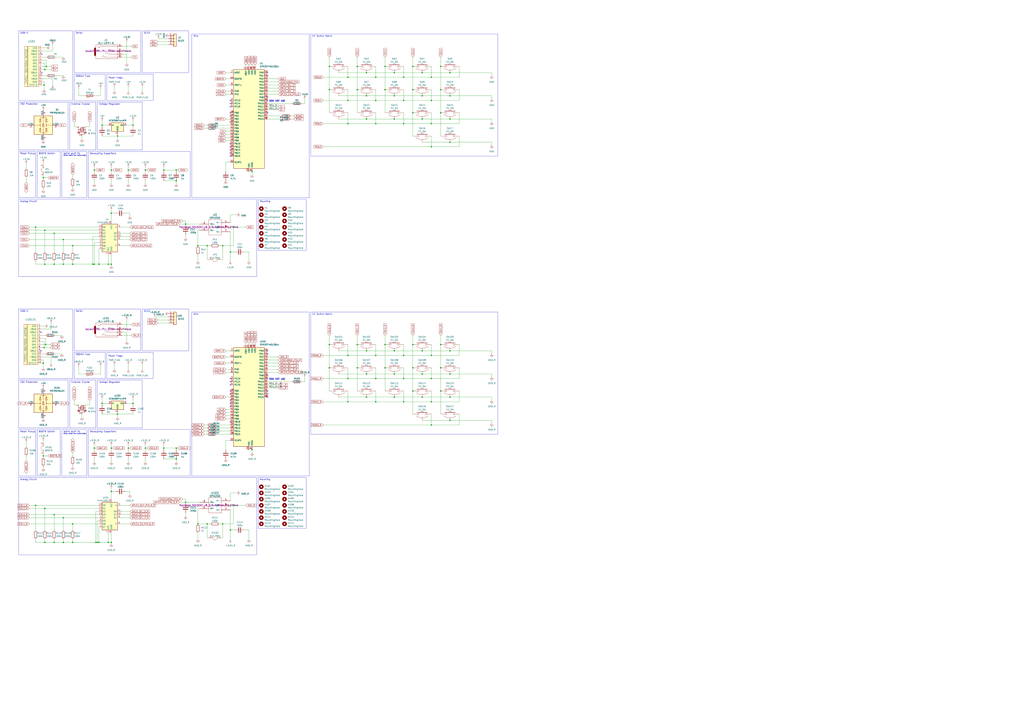
<source format=kicad_sch>
(kicad_sch (version 20230121) (generator eeschema)
  (paper "A1")
  (title_block (title "tako") (date "2023-03-13") (rev "1.0") (company "ssbb"))
  (junction (at 270.51 283.21))
  (junction (at 369.57 345.44))
  (junction (at 52.07 196.85))
  (junction (at 44.45 191.77))
  (junction (at 354.33 349.25))
  (junction (at 300.99 288.29))
  (junction (at 300.99 97.79))
  (junction (at 361.95 73.66))
  (junction (at 36.83 217.17))
  (junction (at 88.9 445.77))
  (junction (at 105.41 139.7))
  (junction (at 38.1 54.61))
  (junction (at 36.83 445.77))
  (junction (at 162.56 201.93))
  (junction (at 77.47 368.3))
  (junction (at 331.47 330.2))
  (junction (at 83.82 331.47))
  (junction (at 78.74 445.77))
  (junction (at 293.37 54.61))
  (junction (at 189.23 207.01))
  (junction (at 323.85 97.79))
  (junction (at 346.71 59.69))
  (junction (at 134.62 139.7))
  (junction (at 96.52 111.76))
  (junction (at 308.61 63.5))
  (junction (at 308.61 330.2))
  (junction (at 29.21 415.29))
  (junction (at 91.44 175.26))
  (junction (at 44.45 422.91))
  (junction (at 52.07 217.17))
  (junction (at 91.44 217.17))
  (junction (at 339.09 321.31))
  (junction (at 339.09 302.26))
  (junction (at 323.85 59.69))
  (junction (at 29.21 186.69))
  (junction (at 35.56 298.45))
  (junction (at 369.57 288.29))
  (junction (at 270.51 302.26))
  (junction (at 270.51 54.61))
  (junction (at 91.44 403.86))
  (junction (at 162.56 430.53))
  (junction (at 369.57 97.79))
  (junction (at 105.41 368.3))
  (junction (at 191.77 415.29))
  (junction (at 293.37 302.26))
  (junction (at 308.61 101.6))
  (junction (at 316.23 283.21))
  (junction (at 81.28 217.17))
  (junction (at 346.71 97.79))
  (junction (at 191.77 186.69))
  (junction (at 77.47 139.7))
  (junction (at 59.69 201.93))
  (junction (at 323.85 78.74))
  (junction (at 119.38 139.7))
  (junction (at 354.33 330.2))
  (junction (at 339.09 54.61))
  (junction (at 91.44 445.77))
  (junction (at 109.22 331.47))
  (junction (at 91.44 139.7))
  (junction (at 170.18 430.53))
  (junction (at 316.23 54.61))
  (junction (at 285.75 311.15))
  (junction (at 339.09 283.21))
  (junction (at 76.2 217.17))
  (junction (at 44.45 217.17))
  (junction (at 59.69 445.77))
  (junction (at 369.57 116.84))
  (junction (at 285.75 292.1))
  (junction (at 80.01 445.77))
  (junction (at 323.85 326.39))
  (junction (at 361.95 283.21))
  (junction (at 285.75 82.55))
  (junction (at 308.61 82.55))
  (junction (at 170.18 201.93))
  (junction (at 331.47 82.55))
  (junction (at 316.23 73.66))
  (junction (at 270.51 73.66))
  (junction (at 300.99 59.69))
  (junction (at 300.99 326.39))
  (junction (at 44.45 445.77))
  (junction (at 331.47 292.1))
  (junction (at 308.61 311.15))
  (junction (at 339.09 73.66))
  (junction (at 81.28 445.77))
  (junction (at 88.9 217.17))
  (junction (at 354.33 82.55))
  (junction (at 354.33 311.15))
  (junction (at 144.78 368.3))
  (junction (at 144.78 377.19))
  (junction (at 119.38 368.3))
  (junction (at 346.71 307.34))
  (junction (at 369.57 78.74))
  (junction (at 369.57 59.69))
  (junction (at 144.78 148.59))
  (junction (at 354.33 63.5))
  (junction (at 52.07 445.77))
  (junction (at 361.95 92.71))
  (junction (at 59.69 217.17))
  (junction (at 331.47 63.5))
  (junction (at 207.01 369.57))
  (junction (at 346.71 78.74))
  (junction (at 37.465 283.21))
  (junction (at 35.56 374.65))
  (junction (at 35.56 146.05))
  (junction (at 323.85 307.34))
  (junction (at 36.83 189.23))
  (junction (at 91.44 368.3))
  (junction (at 331.47 311.15))
  (junction (at 293.37 283.21))
  (junction (at 346.71 288.29))
  (junction (at 52.07 425.45))
  (junction (at 182.88 430.53))
  (junction (at 207.01 140.97))
  (junction (at 354.33 292.1))
  (junction (at 36.195 69.85))
  (junction (at 361.95 302.26))
  (junction (at 77.47 217.17))
  (junction (at 134.62 368.3))
  (junction (at 316.23 302.26))
  (junction (at 369.57 307.34))
  (junction (at 300.99 307.34))
  (junction (at 361.95 54.61))
  (junction (at 285.75 101.6))
  (junction (at 331.47 101.6))
  (junction (at 36.195 285.75))
  (junction (at 369.57 326.39))
  (junction (at 308.61 292.1))
  (junction (at 285.75 330.2))
  (junction (at 109.22 102.87))
  (junction (at 189.23 435.61))
  (junction (at 59.69 430.53))
  (junction (at 339.09 92.71))
  (junction (at 83.82 102.87))
  (junction (at 361.95 321.31))
  (junction (at 354.33 120.65))
  (junction (at 346.71 326.39))
  (junction (at 152.4 412.75))
  (junction (at 182.88 201.93))
  (junction (at 144.78 139.7))
  (junction (at 152.4 184.15))
  (junction (at 300.99 78.74))
  (junction (at 354.33 101.6))
  (junction (at 293.37 73.66))
  (junction (at 96.52 340.36))
  (junction (at 36.83 57.15))
  (junction (at 285.75 63.5))
  (junction (at 36.83 417.83))
  (junction (at 323.85 288.29))
  (no_connect (at 189.23 92.71))
  (no_connect (at 219.71 82.55))
  (no_connect (at 189.23 334.01))
  (no_connect (at 189.23 316.23))
  (no_connect (at 189.23 328.93))
  (no_connect (at 189.23 125.73))
  (no_connect (at 189.23 313.69))
  (no_connect (at 189.23 323.85))
  (no_connect (at 33.655 288.29))
  (no_connect (at 219.71 92.71))
  (no_connect (at 219.71 288.29))
  (no_connect (at 189.23 95.25))
  (no_connect (at 219.71 308.61))
  (no_connect (at 219.71 80.01))
  (no_connect (at 189.23 100.33))
  (no_connect (at 219.71 311.15))
  (no_connect (at 219.71 321.31))
  (no_connect (at 219.71 62.23))
  (no_connect (at 189.23 128.27))
  (no_connect (at 189.23 82.55))
  (no_connect (at 219.71 59.69))
  (no_connect (at 189.23 331.47))
  (no_connect (at 189.23 346.71))
  (no_connect (at 219.71 326.39))
  (no_connect (at 189.23 87.63))
  (no_connect (at 219.71 290.83))
  (no_connect (at 34.29 44.45))
  (no_connect (at 33.655 273.05))
  (no_connect (at 189.23 123.19))
  (no_connect (at 219.71 323.85))
  (no_connect (at 34.29 59.69))
  (no_connect (at 189.23 311.15))
  (no_connect (at 189.23 85.09))
  (no_connect (at 189.23 120.65))
  (no_connect (at 189.23 321.31))
  (no_connect (at 189.23 118.11))
  (wire (pts (xy 270.51 275.59) (xy 270.51 283.21)))
  (wire (pts (xy 170.18 441.96) (xy 170.18 430.53)))
  (wire (pts (xy 59.69 445.77) (xy 78.74 445.77)))
  (wire (pts (xy 241.3 95.25) (xy 238.76 95.25)))
  (wire (pts (xy 163.83 417.83) (xy 162.56 417.83)))
  (wire (pts (xy 163.83 189.23) (xy 162.56 189.23)))
  (wire (pts (xy 270.51 54.61) (xy 270.51 73.66)))
  (wire (pts (xy 134.62 365.76) (xy 134.62 368.3)))
  (wire (pts (xy 339.09 54.61) (xy 339.09 73.66)))
  (wire (pts (xy 182.88 201.93) (xy 191.77 201.93)))
  (wire (pts (xy 36.83 417.83) (xy 81.28 417.83)))
  (wire (pts (xy 36.195 69.85) (xy 34.29 69.85)))
  (wire (pts (xy 29.21 186.69) (xy 29.21 207.01)))
  (wire (pts (xy 185.42 59.69) (xy 189.23 59.69)))
  (wire (pts (xy 346.71 326.39) (xy 369.57 326.39)))
  (wire (pts (xy 116.84 299.72) (xy 116.84 303.53)))
  (wire (pts (xy 207.01 53.34) (xy 207.01 54.61)))
  (wire (pts (xy 293.37 275.59) (xy 293.37 283.21)))
  (wire (pts (xy 77.47 139.7) (xy 78.74 139.7)))
  (wire (pts (xy 162.56 209.55) (xy 162.56 214.63)))
  (wire (pts (xy 41.91 270.51) (xy 41.91 265.43)))
  (wire (pts (xy 323.85 326.39) (xy 346.71 326.39)))
  (wire (pts (xy 354.33 92.71) (xy 354.33 101.6)))
  (wire (pts (xy 189.23 207.01) (xy 189.23 214.63)))
  (wire (pts (xy 105.41 139.7) (xy 105.41 140.97)))
  (wire (pts (xy 167.64 354.33) (xy 170.18 354.33)))
  (wire (pts (xy 83.82 102.87) (xy 83.82 104.14)))
  (wire (pts (xy 91.44 368.3) (xy 91.44 369.57)))
  (wire (pts (xy 361.95 92.71) (xy 361.95 111.76)))
  (wire (pts (xy 354.33 101.6) (xy 377.19 101.6)))
  (wire (pts (xy 177.8 351.79) (xy 189.23 351.79)))
  (wire (pts (xy 119.38 139.7) (xy 119.38 140.97)))
  (wire (pts (xy 69.85 332.74) (xy 73.66 332.74)))
  (wire (pts (xy 144.78 148.59) (xy 144.78 151.13)))
  (wire (pts (xy 43.18 41.91) (xy 43.18 36.83)))
  (wire (pts (xy 88.9 438.15) (xy 88.9 445.77)))
  (wire (pts (xy 308.61 73.66) (xy 308.61 82.55)))
  (wire (pts (xy 219.71 318.77) (xy 228.6 318.77)))
  (wire (pts (xy 149.86 410.21) (xy 152.4 410.21)))
  (wire (pts (xy 24.13 425.45) (xy 52.07 425.45)))
  (wire (pts (xy 91.44 403.86) (xy 95.25 403.86)))
  (wire (pts (xy 29.21 186.69) (xy 81.28 186.69)))
  (wire (pts (xy 377.19 111.76) (xy 377.19 120.65)))
  (wire (pts (xy 189.23 435.61) (xy 189.23 443.23)))
  (wire (pts (xy 105.41 137.16) (xy 105.41 139.7)))
  (wire (pts (xy 129.54 265.43) (xy 138.43 265.43)))
  (wire (pts (xy 377.19 340.36) (xy 377.19 349.25)))
  (wire (pts (xy 59.69 443.23) (xy 59.69 445.77)))
  (wire (pts (xy 369.57 59.69) (xy 403.86 59.69)))
  (wire (pts (xy 100.33 273.05) (xy 104.14 273.05)))
  (wire (pts (xy 44.45 422.91) (xy 81.28 422.91)))
  (wire (pts (xy 96.52 340.36) (xy 109.22 340.36)))
  (wire (pts (xy 201.93 53.34) (xy 201.93 54.61)))
  (wire (pts (xy 369.57 345.44) (xy 403.86 345.44)))
  (wire (pts (xy 265.43 311.15) (xy 285.75 311.15)))
  (wire (pts (xy 41.91 293.37) (xy 41.91 298.45)))
  (wire (pts (xy 91.44 217.17) (xy 91.44 218.44)))
  (wire (pts (xy 24.13 417.83) (xy 36.83 417.83)))
  (wire (pts (xy 60.96 100.33) (xy 60.96 104.14)))
  (wire (pts (xy 209.55 281.94) (xy 209.55 283.21)))
  (wire (pts (xy 36.195 280.67) (xy 36.195 285.75)))
  (wire (pts (xy 361.95 275.59) (xy 361.95 283.21)))
  (wire (pts (xy 81.28 433.07) (xy 81.28 445.77)))
  (wire (pts (xy 29.21 415.29) (xy 81.28 415.29)))
  (wire (pts (xy 104.14 262.89) (xy 104.14 270.51)))
  (wire (pts (xy 88.9 217.17) (xy 91.44 217.17)))
  (wire (pts (xy 44.45 191.77) (xy 81.28 191.77)))
  (wire (pts (xy 377.19 54.61) (xy 377.19 63.5)))
  (wire (pts (xy 130.175 31.75) (xy 138.43 31.75)))
  (wire (pts (xy 185.42 288.29) (xy 189.23 288.29)))
  (wire (pts (xy 76.2 194.31) (xy 76.2 217.17)))
  (wire (pts (xy 185.42 115.57) (xy 189.23 115.57)))
  (wire (pts (xy 204.47 281.94) (xy 204.47 283.21)))
  (wire (pts (xy 177.8 354.33) (xy 189.23 354.33)))
  (wire (pts (xy 91.44 368.3) (xy 92.71 368.3)))
  (wire (pts (xy 200.66 207.01) (xy 204.47 207.01)))
  (wire (pts (xy 100.33 38.1) (xy 107.95 38.1)))
  (wire (pts (xy 331.47 82.55) (xy 354.33 82.55)))
  (wire (pts (xy 33.655 267.97) (xy 36.83 267.97)))
  (wire (pts (xy 265.43 349.25) (xy 354.33 349.25)))
  (wire (pts (xy 99.06 415.29) (xy 106.68 415.29)))
  (wire (pts (xy 77.47 78.74) (xy 82.55 78.74)))
  (wire (pts (xy 81.28 445.77) (xy 88.9 445.77)))
  (wire (pts (xy 185.42 69.85) (xy 189.23 69.85)))
  (wire (pts (xy 91.44 137.16) (xy 91.44 139.7)))
  (wire (pts (xy 170.18 201.93) (xy 172.72 201.93)))
  (wire (pts (xy 331.47 311.15) (xy 354.33 311.15)))
  (wire (pts (xy 59.69 214.63) (xy 59.69 217.17)))
  (wire (pts (xy 29.21 415.29) (xy 29.21 435.61)))
  (wire (pts (xy 100.33 270.51) (xy 104.14 270.51)))
  (wire (pts (xy 346.71 78.74) (xy 369.57 78.74)))
  (wire (pts (xy 300.99 97.79) (xy 323.85 97.79)))
  (wire (pts (xy 52.07 425.45) (xy 81.28 425.45)))
  (wire (pts (xy 35.56 298.45) (xy 35.56 302.26)))
  (wire (pts (xy 185.42 97.79) (xy 189.23 97.79)))
  (wire (pts (xy 339.09 321.31) (xy 339.09 340.36)))
  (wire (pts (xy 204.47 435.61) (xy 204.47 443.23)))
  (wire (pts (xy 91.44 139.7) (xy 91.44 140.97)))
  (wire (pts (xy 189.23 419.1) (xy 189.23 435.61)))
  (wire (pts (xy 52.07 445.77) (xy 44.45 445.77)))
  (wire (pts (xy 77.47 148.59) (xy 77.47 151.13)))
  (wire (pts (xy 100.33 44.45) (xy 104.14 44.45)))
  (wire (pts (xy 167.64 102.87) (xy 170.18 102.87)))
  (wire (pts (xy 369.57 288.29) (xy 403.86 288.29)))
  (wire (pts (xy 346.71 288.29) (xy 369.57 288.29)))
  (wire (pts (xy 185.42 133.35) (xy 185.42 140.97)))
  (wire (pts (xy 21.59 374.65) (xy 21.59 378.46)))
  (wire (pts (xy 189.23 405.13) (xy 194.31 405.13)))
  (wire (pts (xy 147.32 184.15) (xy 152.4 184.15)))
  (wire (pts (xy 152.4 412.75) (xy 163.83 412.75)))
  (wire (pts (xy 316.23 54.61) (xy 316.23 73.66)))
  (wire (pts (xy 77.47 199.39) (xy 77.47 217.17)))
  (wire (pts (xy 36.83 57.15) (xy 41.91 57.15)))
  (wire (pts (xy 219.71 77.47) (xy 228.6 77.47)))
  (wire (pts (xy 104.14 102.87) (xy 109.22 102.87)))
  (wire (pts (xy 99.06 186.69) (xy 106.68 186.69)))
  (wire (pts (xy 52.07 217.17) (xy 44.45 217.17)))
  (wire (pts (xy 207.01 369.57) (xy 207.01 372.11)))
  (wire (pts (xy 36.83 52.07) (xy 36.83 57.15)))
  (wire (pts (xy 104.14 273.05) (xy 104.14 280.67)))
  (wire (pts (xy 44.45 191.77) (xy 44.45 207.01)))
  (wire (pts (xy 77.47 139.7) (xy 77.47 140.97)))
  (wire (pts (xy 69.85 78.74) (xy 64.77 78.74)))
  (wire (pts (xy 180.34 430.53) (xy 182.88 430.53)))
  (wire (pts (xy 59.69 217.17) (xy 52.07 217.17)))
  (wire (pts (xy 300.99 307.34) (xy 323.85 307.34)))
  (wire (pts (xy 185.42 303.53) (xy 189.23 303.53)))
  (wire (pts (xy 219.71 295.91) (xy 228.6 295.91)))
  (wire (pts (xy 200.66 435.61) (xy 204.47 435.61)))
  (wire (pts (xy 76.2 217.17) (xy 77.47 217.17)))
  (wire (pts (xy 36.195 67.31) (xy 36.195 69.85)))
  (wire (pts (xy 134.62 139.7) (xy 144.78 139.7)))
  (wire (pts (xy 285.75 321.31) (xy 285.75 330.2)))
  (wire (pts (xy 102.87 403.86) (xy 106.68 403.86)))
  (wire (pts (xy 24.13 196.85) (xy 52.07 196.85)))
  (wire (pts (xy 104.14 331.47) (xy 109.22 331.47)))
  (wire (pts (xy 45.085 290.83) (xy 50.8 290.83)))
  (wire (pts (xy 377.19 321.31) (xy 377.19 330.2)))
  (wire (pts (xy 96.52 340.36) (xy 96.52 342.9)))
  (wire (pts (xy 83.82 327.66) (xy 83.82 331.47)))
  (wire (pts (xy 80.01 427.99) (xy 80.01 445.77)))
  (wire (pts (xy 346.71 307.34) (xy 369.57 307.34)))
  (wire (pts (xy 105.41 377.19) (xy 105.41 379.73)))
  (wire (pts (xy 36.195 69.85) (xy 36.195 73.66)))
  (wire (pts (xy 403.86 78.74) (xy 403.86 81.28)))
  (wire (pts (xy 91.44 175.26) (xy 91.44 181.61)))
  (wire (pts (xy 104.14 44.45) (xy 104.14 52.07)))
  (wire (pts (xy 59.69 382.27) (xy 59.69 383.54)))
  (wire (pts (xy 100.33 275.59) (xy 107.95 275.59)))
  (wire (pts (xy 185.42 293.37) (xy 189.23 293.37)))
  (wire (pts (xy 219.71 303.53) (xy 228.6 303.53)))
  (wire (pts (xy 81.28 199.39) (xy 77.47 199.39)))
  (wire (pts (xy 308.61 330.2) (xy 331.47 330.2)))
  (wire (pts (xy 270.51 46.99) (xy 270.51 54.61)))
  (wire (pts (xy 204.47 207.01) (xy 204.47 214.63)))
  (wire (pts (xy 300.99 326.39) (xy 323.85 326.39)))
  (wire (pts (xy 185.42 133.35) (xy 189.23 133.35)))
  (wire (pts (xy 361.95 46.99) (xy 361.95 54.61)))
  (wire (pts (xy 99.06 430.53) (xy 106.68 430.53)))
  (wire (pts (xy 59.69 143.51) (xy 59.69 146.05)))
  (wire (pts (xy 77.47 137.16) (xy 77.47 139.7)))
  (wire (pts (xy 134.62 377.19) (xy 144.78 377.19)))
  (wire (pts (xy 219.71 293.37) (xy 228.6 293.37)))
  (wire (pts (xy 354.33 111.76) (xy 354.33 120.65)))
  (wire (pts (xy 209.55 53.34) (xy 209.55 54.61)))
  (wire (pts (xy 77.47 307.34) (xy 82.55 307.34)))
  (wire (pts (xy 34.29 52.07) (xy 36.83 52.07)))
  (wire (pts (xy 278.13 97.79) (xy 300.99 97.79)))
  (wire (pts (xy 152.4 184.15) (xy 152.4 185.42)))
  (wire (pts (xy 270.51 302.26) (xy 270.51 321.31)))
  (wire (pts (xy 29.21 217.17) (xy 29.21 214.63)))
  (wire (pts (xy 171.45 213.36) (xy 170.18 213.36)))
  (wire (pts (xy 278.13 59.69) (xy 300.99 59.69)))
  (wire (pts (xy 69.85 307.34) (xy 64.77 307.34)))
  (wire (pts (xy 152.4 184.15) (xy 163.83 184.15)))
  (wire (pts (xy 152.4 184.15) (xy 152.4 181.61)))
  (wire (pts (xy 36.83 189.23) (xy 36.83 207.01)))
  (wire (pts (xy 105.41 365.76) (xy 105.41 368.3)))
  (wire (pts (xy 77.47 377.19) (xy 77.47 379.73)))
  (wire (pts (xy 177.8 349.25) (xy 189.23 349.25)))
  (wire (pts (xy 278.13 307.34) (xy 300.99 307.34)))
  (wire (pts (xy 59.69 153.67) (xy 59.69 154.94)))
  (wire (pts (xy 134.62 148.59) (xy 144.78 148.59)))
  (wire (pts (xy 403.86 345.44) (xy 403.86 347.98)))
  (wire (pts (xy 35.56 374.65) (xy 39.37 374.65)))
  (wire (pts (xy 52.07 196.85) (xy 81.28 196.85)))
  (wire (pts (xy 38.1 49.53) (xy 38.1 54.61)))
  (wire (pts (xy 147.32 412.75) (xy 152.4 412.75)))
  (wire (pts (xy 36.83 445.77) (xy 29.21 445.77)))
  (wire (pts (xy 119.38 137.16) (xy 119.38 139.7)))
  (wire (pts (xy 403.86 116.84) (xy 403.86 119.38)))
  (wire (pts (xy 241.3 97.79) (xy 238.76 97.79)))
  (wire (pts (xy 339.09 73.66) (xy 339.09 92.71)))
  (wire (pts (xy 219.71 87.63) (xy 228.6 87.63)))
  (wire (pts (xy 308.61 321.31) (xy 308.61 330.2)))
  (wire (pts (xy 44.45 443.23) (xy 44.45 445.77)))
  (wire (pts (xy 323.85 59.69) (xy 346.71 59.69)))
  (wire (pts (xy 91.44 139.7) (xy 92.71 139.7)))
  (wire (pts (xy 83.82 102.87) (xy 88.9 102.87)))
  (wire (pts (xy 105.41 299.72) (xy 105.41 303.53)))
  (wire (pts (xy 270.51 73.66) (xy 270.51 92.71)))
  (wire (pts (xy 34.29 46.99) (xy 38.1 46.99)))
  (wire (pts (xy 191.77 186.69) (xy 201.93 186.69)))
  (wire (pts (xy 33.655 280.67) (xy 36.195 280.67)))
  (wire (pts (xy 250.19 81.28) (xy 250.19 85.09)))
  (wire (pts (xy 99.06 191.77) (xy 106.68 191.77)))
  (wire (pts (xy 403.86 97.79) (xy 403.86 100.33)))
  (wire (pts (xy 52.07 425.45) (xy 52.07 435.61)))
  (wire (pts (xy 106.68 175.26) (xy 106.68 177.8)))
  (wire (pts (xy 24.13 201.93) (xy 59.69 201.93)))
  (wire (pts (xy 185.42 336.55) (xy 189.23 336.55)))
  (wire (pts (xy 77.47 365.76) (xy 77.47 368.3)))
  (wire (pts (xy 52.07 443.23) (xy 52.07 445.77)))
  (wire (pts (xy 24.13 191.77) (xy 44.45 191.77)))
  (wire (pts (xy 285.75 101.6) (xy 308.61 101.6)))
  (wire (pts (xy 219.71 90.17) (xy 228.6 90.17)))
  (wire (pts (xy 33.655 285.75) (xy 36.195 285.75)))
  (wire (pts (xy 278.13 288.29) (xy 300.99 288.29)))
  (wire (pts (xy 331.47 330.2) (xy 354.33 330.2)))
  (wire (pts (xy 331.47 283.21) (xy 331.47 292.1)))
  (wire (pts (xy 59.69 217.17) (xy 76.2 217.17)))
  (wire (pts (xy 354.33 292.1) (xy 377.19 292.1)))
  (wire (pts (xy 33.655 278.13) (xy 37.465 278.13)))
  (wire (pts (xy 109.22 99.06) (xy 109.22 102.87)))
  (wire (pts (xy 24.13 430.53) (xy 59.69 430.53)))
  (wire (pts (xy 331.47 302.26) (xy 331.47 311.15)))
  (wire (pts (xy 316.23 275.59) (xy 316.23 283.21)))
  (wire (pts (xy 105.41 368.3) (xy 105.41 369.57)))
  (wire (pts (xy 37.465 278.13) (xy 37.465 283.21)))
  (wire (pts (xy 24.13 189.23) (xy 36.83 189.23)))
  (wire (pts (xy 134.62 368.3) (xy 134.62 369.57)))
  (wire (pts (xy 219.71 69.85) (xy 228.6 69.85)))
  (wire (pts (xy 308.61 82.55) (xy 331.47 82.55)))
  (wire (pts (xy 308.61 283.21) (xy 308.61 292.1)))
  (wire (pts (xy 369.57 307.34) (xy 403.86 307.34)))
  (wire (pts (xy 34.29 62.23) (xy 38.1 62.23)))
  (wire (pts (xy 129.54 34.29) (xy 138.43 34.29)))
  (wire (pts (xy 34.29 39.37) (xy 38.1 39.37)))
  (wire (pts (xy 285.75 283.21) (xy 285.75 292.1)))
  (wire (pts (xy 105.41 148.59) (xy 105.41 151.13)))
  (wire (pts (xy 170.18 213.36) (xy 170.18 201.93)))
  (wire (pts (xy 316.23 283.21) (xy 316.23 302.26)))
  (wire (pts (xy 185.42 298.45) (xy 189.23 298.45)))
  (wire (pts (xy 81.28 420.37) (xy 78.74 420.37)))
  (wire (pts (xy 44.45 445.77) (xy 36.83 445.77)))
  (wire (pts (xy 331.47 54.61) (xy 331.47 63.5)))
  (wire (pts (xy 91.44 377.19) (xy 91.44 379.73)))
  (wire (pts (xy 81.28 194.31) (xy 76.2 194.31)))
  (wire (pts (xy 119.38 377.19) (xy 119.38 379.73)))
  (wire (pts (xy 189.23 176.53) (xy 194.31 176.53)))
  (wire (pts (xy 354.33 82.55) (xy 377.19 82.55)))
  (wire (pts (xy 34.29 49.53) (xy 38.1 49.53)))
  (wire (pts (xy 278.13 326.39) (xy 300.99 326.39)))
  (wire (pts (xy 354.33 73.66) (xy 354.33 82.55)))
  (wire (pts (xy 35.56 144.78) (xy 35.56 146.05)))
  (wire (pts (xy 185.42 77.47) (xy 189.23 77.47)))
  (wire (pts (xy 99.06 201.93) (xy 106.68 201.93)))
  (wire (pts (xy 78.74 420.37) (xy 78.74 445.77)))
  (wire (pts (xy 152.4 421.64) (xy 152.4 424.18)))
  (wire (pts (xy 105.41 139.7) (xy 106.68 139.7)))
  (wire (pts (xy 185.42 107.95) (xy 189.23 107.95)))
  (wire (pts (xy 346.71 116.84) (xy 369.57 116.84)))
  (wire (pts (xy 144.78 139.7) (xy 144.78 140.97)))
  (wire (pts (xy 144.78 368.3) (xy 144.78 369.57)))
  (wire (pts (xy 134.62 139.7) (xy 134.62 140.97)))
  (wire (pts (xy 99.06 420.37) (xy 106.68 420.37)))
  (wire (pts (xy 189.23 186.69) (xy 191.77 186.69)))
  (wire (pts (xy 80.01 445.77) (xy 81.28 445.77)))
  (wire (pts (xy 33.655 295.91) (xy 35.56 295.91)))
  (wire (pts (xy 185.42 341.63) (xy 189.23 341.63)))
  (wire (pts (xy 316.23 302.26) (xy 316.23 321.31)))
  (wire (pts (xy 36.83 189.23) (xy 81.28 189.23)))
  (wire (pts (xy 339.09 302.26) (xy 339.09 321.31)))
  (wire (pts (xy 189.23 182.88) (xy 189.23 176.53)))
  (wire (pts (xy 377.19 349.25) (xy 354.33 349.25)))
  (wire (pts (xy 185.42 361.95) (xy 185.42 369.57)))
  (wire (pts (xy 331.47 92.71) (xy 331.47 101.6)))
  (wire (pts (xy 119.38 139.7) (xy 120.65 139.7)))
  (wire (pts (xy 35.56 154.94) (xy 35.56 156.21)))
  (wire (pts (xy 119.38 365.76) (xy 119.38 368.3)))
  (wire (pts (xy 285.75 82.55) (xy 308.61 82.55)))
  (wire (pts (xy 24.13 186.69) (xy 29.21 186.69)))
  (wire (pts (xy 285.75 292.1) (xy 308.61 292.1)))
  (wire (pts (xy 106.68 403.86) (xy 106.68 406.4)))
  (wire (pts (xy 83.82 99.06) (xy 83.82 102.87)))
  (wire (pts (xy 182.88 213.36) (xy 182.88 201.93)))
  (wire (pts (xy 91.44 148.59) (xy 91.44 151.13)))
  (wire (pts (xy 67.31 340.36) (xy 67.31 342.9)))
  (wire (pts (xy 44.45 422.91) (xy 44.45 435.61)))
  (wire (pts (xy 265.43 292.1) (xy 285.75 292.1)))
  (wire (pts (xy 99.06 425.45) (xy 106.68 425.45)))
  (wire (pts (xy 354.33 302.26) (xy 354.33 311.15)))
  (wire (pts (xy 93.98 299.72) (xy 93.98 303.53)))
  (wire (pts (xy 91.44 438.15) (xy 91.44 445.77)))
  (wire (pts (xy 300.99 78.74) (xy 323.85 78.74)))
  (wire (pts (xy 185.42 64.77) (xy 189.23 64.77)))
  (wire (pts (xy 162.56 417.83) (xy 162.56 430.53)))
  (wire (pts (xy 144.78 139.7) (xy 146.05 139.7)))
  (wire (pts (xy 354.33 283.21) (xy 354.33 292.1)))
  (wire (pts (xy 152.4 412.75) (xy 152.4 410.21)))
  (wire (pts (xy 293.37 73.66) (xy 293.37 92.71)))
  (wire (pts (xy 219.71 316.23) (xy 228.6 316.23)))
  (wire (pts (xy 316.23 73.66) (xy 316.23 92.71)))
  (wire (pts (xy 91.44 445.77) (xy 91.44 447.04)))
  (wire (pts (xy 69.85 104.14) (xy 73.66 104.14)))
  (wire (pts (xy 152.4 412.75) (xy 152.4 414.02)))
  (wire (pts (xy 35.56 383.54) (xy 35.56 384.81)))
  (wire (pts (xy 82.55 300.99) (xy 82.55 307.34)))
  (wire (pts (xy 35.56 146.05) (xy 35.56 147.32)))
  (wire (pts (xy 181.61 441.96) (xy 182.88 441.96)))
  (wire (pts (xy 144.78 368.3) (xy 146.05 368.3)))
  (wire (pts (xy 77.47 368.3) (xy 77.47 369.57)))
  (wire (pts (xy 91.44 209.55) (xy 91.44 217.17)))
  (wire (pts (xy 354.33 321.31) (xy 354.33 330.2)))
  (wire (pts (xy 346.71 59.69) (xy 369.57 59.69)))
  (wire (pts (xy 34.29 64.77) (xy 43.18 64.77)))
  (wire (pts (xy 44.45 214.63) (xy 44.45 217.17)))
  (wire (pts (xy 403.86 307.34) (xy 403.86 309.88)))
  (wire (pts (xy 300.99 59.69) (xy 323.85 59.69)))
  (wire (pts (xy 29.21 445.77) (xy 29.21 443.23)))
  (wire (pts (xy 152.4 193.04) (xy 152.4 195.58)))
  (wire (pts (xy 265.43 101.6) (xy 285.75 101.6)))
  (wire (pts (xy 171.45 441.96) (xy 170.18 441.96)))
  (wire (pts (xy 219.71 67.31) (xy 228.6 67.31)))
  (wire (pts (xy 60.96 328.93) (xy 60.96 332.74)))
  (wire (pts (xy 265.43 82.55) (xy 285.75 82.55)))
  (wire (pts (xy 91.44 401.32) (xy 91.44 403.86)))
  (wire (pts (xy 185.42 339.09) (xy 189.23 339.09)))
  (wire (pts (xy 34.29 57.15) (xy 36.83 57.15)))
  (wire (pts (xy 354.33 330.2) (xy 377.19 330.2)))
  (wire (pts (xy 36.83 214.63) (xy 36.83 217.17)))
  (wire (pts (xy 331.47 321.31) (xy 331.47 330.2)))
  (wire (pts (xy 250.19 309.88) (xy 250.19 313.69)))
  (wire (pts (xy 204.47 369.57) (xy 207.01 369.57)))
  (wire (pts (xy 354.33 54.61) (xy 354.33 63.5)))
  (wire (pts (xy 167.64 105.41) (xy 170.18 105.41)))
  (wire (pts (xy 285.75 311.15) (xy 308.61 311.15)))
  (wire (pts (xy 177.8 102.87) (xy 189.23 102.87)))
  (wire (pts (xy 77.47 217.17) (xy 81.28 217.17)))
  (wire (pts (xy 247.65 313.69) (xy 250.19 313.69)))
  (wire (pts (xy 204.47 53.34) (xy 204.47 54.61)))
  (wire (pts (xy 189.23 415.29) (xy 191.77 415.29)))
  (wire (pts (xy 116.84 71.12) (xy 116.84 74.93)))
  (wire (pts (xy 59.69 430.53) (xy 81.28 430.53)))
  (wire (pts (xy 162.56 438.15) (xy 162.56 443.23)))
  (wire (pts (xy 64.77 332.74) (xy 60.96 332.74)))
  (wire (pts (xy 78.74 445.77) (xy 80.01 445.77)))
  (wire (pts (xy 185.42 113.03) (xy 189.23 113.03)))
  (wire (pts (xy 308.61 101.6) (xy 331.47 101.6)))
  (wire (pts (xy 201.93 281.94) (xy 201.93 283.21)))
  (wire (pts (xy 361.95 302.26) (xy 361.95 321.31)))
  (wire (pts (xy 403.86 326.39) (xy 403.86 328.93)))
  (wire (pts (xy 105.41 71.12) (xy 105.41 74.93)))
  (wire (pts (xy 361.95 283.21) (xy 361.95 302.26)))
  (wire (pts (xy 119.38 368.3) (xy 120.65 368.3)))
  (wire (pts (xy 37.465 283.21) (xy 41.275 283.21)))
  (wire (pts (xy 52.07 214.63) (xy 52.07 217.17)))
  (wire (pts (xy 162.56 201.93) (xy 170.18 201.93)))
  (wire (pts (xy 91.44 175.26) (xy 95.25 175.26)))
  (wire (pts (xy 99.06 194.31) (xy 106.68 194.31)))
  (wire (pts (xy 21.59 134.62) (xy 21.59 138.43)))
  (wire (pts (xy 167.64 356.87) (xy 170.18 356.87)))
  (wire (pts (xy 339.09 283.21) (xy 339.09 302.26)))
  (wire (pts (xy 109.22 327.66) (xy 109.22 331.47)))
  (wire (pts (xy 177.8 356.87) (xy 189.23 356.87)))
  (wire (pts (xy 231.14 97.79) (xy 219.71 97.79)))
  (wire (pts (xy 219.71 306.07) (xy 228.6 306.07)))
  (wire (pts (xy 35.56 295.91) (xy 35.56 298.45)))
  (wire (pts (xy 96.52 110.49) (xy 96.52 111.76)))
  (wire (pts (xy 64.77 72.39) (xy 64.77 78.74)))
  (wire (pts (xy 119.38 148.59) (xy 119.38 151.13)))
  (wire (pts (xy 127 260.35) (xy 138.43 260.35)))
  (wire (pts (xy 403.86 288.29) (xy 403.86 290.83)))
  (wire (pts (xy 361.95 321.31) (xy 361.95 340.36)))
  (wire (pts (xy 83.82 340.36) (xy 96.52 340.36)))
  (wire (pts (xy 377.19 302.26) (xy 377.19 311.15)))
  (wire (pts (xy 204.47 140.97) (xy 207.01 140.97)))
  (wire (pts (xy 308.61 292.1) (xy 331.47 292.1)))
  (wire (pts (xy 73.66 100.33) (xy 73.66 104.14)))
  (wire (pts (xy 34.29 67.31) (xy 36.195 67.31)))
  (wire (pts (xy 219.71 64.77) (xy 228.6 64.77)))
  (wire (pts (xy 247.65 85.09) (xy 250.19 85.09)))
  (wire (pts (xy 59.69 430.53) (xy 59.69 435.61)))
  (wire (pts (xy 354.33 63.5) (xy 377.19 63.5)))
  (wire (pts (xy 100.33 46.99) (xy 107.95 46.99)))
  (wire (pts (xy 219.71 85.09) (xy 240.03 85.09)))
  (wire (pts (xy 149.86 181.61) (xy 152.4 181.61)))
  (wire (pts (xy 134.62 368.3) (xy 144.78 368.3)))
  (wire (pts (xy 59.69 445.77) (xy 52.07 445.77)))
  (wire (pts (xy 36.83 217.17) (xy 29.21 217.17)))
  (wire (pts (xy 45.085 275.59) (xy 50.8 275.59)))
  (wire (pts (xy 134.62 137.16) (xy 134.62 139.7)))
  (wire (pts (xy 59.69 372.11) (xy 59.69 374.65)))
  (wire (pts (xy 83.82 331.47) (xy 88.9 331.47)))
  (wire (pts (xy 105.41 368.3) (xy 106.68 368.3)))
  (wire (pts (xy 81.28 217.17) (xy 88.9 217.17)))
  (wire (pts (xy 339.09 46.99) (xy 339.09 54.61)))
  (wire (pts (xy 33.655 275.59) (xy 37.465 275.59)))
  (wire (pts (xy 109.22 331.47) (xy 109.22 332.74)))
  (wire (pts (xy 300.99 288.29) (xy 323.85 288.29)))
  (wire (pts (xy 35.56 133.35) (xy 35.56 134.62)))
  (wire (pts (xy 167.64 349.25) (xy 170.18 349.25)))
  (wire (pts (xy 35.56 373.38) (xy 35.56 374.65)))
  (wire (pts (xy 144.78 377.19) (xy 144.78 379.73)))
  (wire (pts (xy 33.655 290.83) (xy 37.465 290.83)))
  (wire (pts (xy 109.22 102.87) (xy 109.22 104.14)))
  (wire (pts (xy 88.9 209.55) (xy 88.9 217.17)))
  (wire (pts (xy 308.61 63.5) (xy 331.47 63.5)))
  (wire (pts (xy 34.29 54.61) (xy 38.1 54.61)))
  (wire (pts (xy 207.01 281.94) (xy 207.01 283.21)))
  (wire (pts (xy 185.42 344.17) (xy 189.23 344.17)))
  (wire (pts (xy 369.57 78.74) (xy 403.86 78.74)))
  (wire (pts (xy 285.75 330.2) (xy 308.61 330.2)))
  (wire (pts (xy 191.77 186.69) (xy 191.77 201.93)))
  (wire (pts (xy 170.18 430.53) (xy 172.72 430.53)))
  (wire (pts (xy 377.19 73.66) (xy 377.19 82.55)))
  (wire (pts (xy 91.44 172.72) (xy 91.44 175.26)))
  (wire (pts (xy 354.33 340.36) (xy 354.33 349.25)))
  (wire (pts (xy 35.56 361.95) (xy 35.56 363.22)))
  (wire (pts (xy 285.75 92.71) (xy 285.75 101.6)))
  (wire (pts (xy 346.71 345.44) (xy 369.57 345.44)))
  (wire (pts (xy 219.71 72.39) (xy 228.6 72.39)))
  (wire (pts (xy 181.61 213.36) (xy 182.88 213.36)))
  (wire (pts (xy 24.13 415.29) (xy 29.21 415.29)))
  (wire (pts (xy 189.23 207.01) (xy 193.04 207.01)))
  (wire (pts (xy 369.57 326.39) (xy 403.86 326.39)))
  (wire (pts (xy 33.655 293.37) (xy 41.91 293.37)))
  (wire (pts (xy 331.47 292.1) (xy 354.33 292.1)))
  (wire (pts (xy 36.83 417.83) (xy 36.83 435.61)))
  (wire (pts (xy 339.09 275.59) (xy 339.09 283.21)))
  (wire (pts (xy 45.72 46.99) (xy 52.07 46.99)))
  (wire (pts (xy 293.37 46.99) (xy 293.37 54.61)))
  (wire (pts (xy 100.33 266.7) (xy 107.95 266.7)))
  (wire (pts (xy 219.71 313.69) (xy 240.03 313.69)))
  (wire (pts (xy 35.56 374.65) (xy 35.56 375.92)))
  (wire (pts (xy 293.37 283.21) (xy 293.37 302.26)))
  (wire (pts (xy 323.85 307.34) (xy 346.71 307.34)))
  (wire (pts (xy 308.61 92.71) (xy 308.61 101.6)))
  (wire (pts (xy 45.72 62.23) (xy 52.07 62.23)))
  (wire (pts (xy 24.13 422.91) (xy 44.45 422.91)))
  (wire (pts (xy 185.42 361.95) (xy 189.23 361.95)))
  (wire (pts (xy 265.43 63.5) (xy 285.75 63.5)))
  (wire (pts (xy 33.655 270.51) (xy 41.91 270.51)))
  (wire (pts (xy 44.45 217.17) (xy 36.83 217.17)))
  (wire (pts (xy 91.44 365.76) (xy 91.44 368.3)))
  (wire (pts (xy 129.54 262.89) (xy 138.43 262.89)))
  (wire (pts (xy 189.23 435.61) (xy 193.04 435.61)))
  (wire (pts (xy 285.75 54.61) (xy 285.75 63.5)))
  (wire (pts (xy 377.19 120.65) (xy 354.33 120.65)))
  (wire (pts (xy 265.43 330.2) (xy 285.75 330.2)))
  (wire (pts (xy 219.71 74.93) (xy 228.6 74.93)))
  (wire (pts (xy 35.56 146.05) (xy 39.37 146.05)))
  (wire (pts (xy 99.06 196.85) (xy 106.68 196.85)))
  (wire (pts (xy 180.34 201.93) (xy 182.88 201.93)))
  (wire (pts (xy 285.75 73.66) (xy 285.75 82.55)))
  (wire (pts (xy 88.9 445.77) (xy 91.44 445.77)))
  (wire (pts (xy 93.98 71.12) (xy 93.98 74.93)))
  (wire (pts (xy 278.13 78.74) (xy 300.99 78.74)))
  (wire (pts (xy 308.61 311.15) (xy 331.47 311.15)))
  (wire (pts (xy 43.18 64.77) (xy 43.18 69.85)))
  (wire (pts (xy 185.42 110.49) (xy 189.23 110.49)))
  (wire (pts (xy 81.28 204.47) (xy 81.28 217.17)))
  (wire (pts (xy 354.33 311.15) (xy 377.19 311.15)))
  (wire (pts (xy 59.69 201.93) (xy 59.69 207.01)))
  (wire (pts (xy 270.51 283.21) (xy 270.51 302.26)))
  (wire (pts (xy 73.66 328.93) (xy 73.66 332.74)))
  (wire (pts (xy 323.85 78.74) (xy 346.71 78.74)))
  (wire (pts (xy 21.59 146.05) (xy 21.59 149.86)))
  (wire (pts (xy 207.01 140.97) (xy 207.01 143.51)))
  (wire (pts (xy 331.47 101.6) (xy 354.33 101.6)))
  (wire (pts (xy 316.23 46.99) (xy 316.23 54.61)))
  (wire (pts (xy 35.56 298.45) (xy 33.655 298.45)))
  (wire (pts (xy 52.07 196.85) (xy 52.07 207.01)))
  (wire (pts (xy 167.64 351.79) (xy 170.18 351.79)))
  (wire (pts (xy 377.19 283.21) (xy 377.19 292.1)))
  (wire (pts (xy 369.57 97.79) (xy 403.86 97.79)))
  (wire (pts (xy 21.59 363.22) (xy 21.59 367.03)))
  (wire (pts (xy 83.82 331.47) (xy 83.82 332.74)))
  (wire (pts (xy 377.19 92.71) (xy 377.19 101.6)))
  (wire (pts (xy 323.85 288.29) (xy 346.71 288.29)))
  (wire (pts (xy 162.56 430.53) (xy 170.18 430.53)))
  (wire (pts (xy 361.95 73.66) (xy 361.95 92.71)))
  (wire (pts (xy 36.195 285.75) (xy 41.275 285.75)))
  (wire (pts (xy 265.43 120.65) (xy 354.33 120.65)))
  (wire (pts (xy 369.57 116.84) (xy 403.86 116.84)))
  (wire (pts (xy 36.83 443.23) (xy 36.83 445.77)))
  (wire (pts (xy 182.88 441.96) (xy 182.88 430.53)))
  (wire (pts (xy 99.06 422.91) (xy 106.68 422.91)))
  (wire (pts (xy 91.44 403.86) (xy 91.44 410.21)))
  (wire (pts (xy 308.61 54.61) (xy 308.61 63.5)))
  (wire (pts (xy 33.655 283.21) (xy 37.465 283.21)))
  (wire (pts (xy 82.55 72.39) (xy 82.55 78.74)))
  (wire (pts (xy 81.28 427.99) (xy 80.01 427.99)))
  (wire (pts (xy 346.71 97.79) (xy 369.57 97.79)))
  (wire (pts (xy 177.8 105.41) (xy 189.23 105.41)))
  (wire (pts (xy 231.14 95.25) (xy 219.71 95.25)))
  (wire (pts (xy 102.87 175.26) (xy 106.68 175.26)))
  (wire (pts (xy 308.61 302.26) (xy 308.61 311.15)))
  (wire (pts (xy 96.52 111.76) (xy 96.52 114.3)))
  (wire (pts (xy 182.88 430.53) (xy 191.77 430.53)))
  (wire (pts (xy 339.09 92.71) (xy 339.09 111.76)))
  (wire (pts (xy 129.54 36.83) (xy 138.43 36.83)))
  (wire (pts (xy 191.77 415.29) (xy 191.77 430.53)))
  (wire (pts (xy 100.33 41.91) (xy 104.14 41.91)))
  (wire (pts (xy 64.77 104.14) (xy 60.96 104.14)))
  (wire (pts (xy 293.37 54.61) (xy 293.37 73.66)))
  (wire (pts (xy 189.23 411.48) (xy 189.23 405.13)))
  (wire (pts (xy 185.42 306.07) (xy 189.23 306.07)))
  (wire (pts (xy 219.71 298.45) (xy 228.6 298.45)))
  (wire (pts (xy 83.82 111.76) (xy 96.52 111.76)))
  (wire (pts (xy 59.69 201.93) (xy 81.28 201.93)))
  (wire (pts (xy 38.1 54.61) (xy 41.91 54.61)))
  (wire (pts (xy 185.42 326.39) (xy 189.23 326.39)))
  (wire (pts (xy 77.47 368.3) (xy 78.74 368.3)))
  (wire (pts (xy 189.23 190.5) (xy 189.23 207.01)))
  (wire (pts (xy 185.42 74.93) (xy 189.23 74.93)))
  (wire (pts (xy 285.75 63.5) (xy 308.61 63.5)))
  (wire (pts (xy 119.38 368.3) (xy 119.38 369.57)))
  (wire (pts (xy 361.95 54.61) (xy 361.95 73.66)))
  (wire (pts (xy 96.52 111.76) (xy 109.22 111.76)))
  (wire (pts (xy 162.56 189.23) (xy 162.56 201.93)))
  (wire (pts (xy 64.77 300.99) (xy 64.77 307.34)))
  (wire (pts (xy 219.71 300.99) (xy 228.6 300.99)))
  (wire (pts (xy 104.14 34.29) (xy 104.14 41.91)))
  (wire (pts (xy 96.52 339.09) (xy 96.52 340.36)))
  (wire (pts (xy 323.85 97.79) (xy 346.71 97.79)))
  (wire (pts (xy 67.31 111.76) (xy 67.31 114.3)))
  (wire (pts (xy 285.75 302.26) (xy 285.75 311.15)))
  (wire (pts (xy 191.77 415.29) (xy 201.93 415.29)))
  (wire (pts (xy 403.86 59.69) (xy 403.86 62.23)))
  (wire (pts (xy 293.37 302.26) (xy 293.37 321.31)))
  (wire (pts (xy 331.47 73.66) (xy 331.47 82.55)))
  (wire (pts (xy 331.47 63.5) (xy 354.33 63.5)))
  (wire (pts (xy 34.29 41.91) (xy 43.18 41.91)))
  (rectangle (start 116.84 25.4) (end 154.94 59.69))
  (rectangle (start 57.15 83.82) (end 78.74 123.19))
  (rectangle (start 116.84 254) (end 154.94 288.29))
  (rectangle (start 80.01 83.82) (end 116.84 123.19))
  (rectangle (start 255.27 27.94) (end 408.94 128.27))
  (rectangle (start 60.96 254) (end 115.57 288.29))
  (rectangle (start 50.8 353.06) (end 71.12 391.16))
  (rectangle (start 15.24 124.46) (end 29.21 162.56))
  (rectangle (start 80.01 312.42) (end 116.84 351.79))
  (rectangle (start 15.24 254) (end 59.69 311.15))
  (rectangle (start 15.24 83.82) (end 55.88 123.19))
  (rectangle (start 57.15 312.42) (end 78.74 351.79))
  (rectangle (start 72.39 124.46) (end 156.21 162.56))
  (rectangle (start 87.63 60.96) (end 125.73 82.55))
  (rectangle (start 212.09 163.83) (end 251.46 205.74))
  (rectangle (start 15.24 163.83) (end 210.82 227.33))
  (rectangle (start 15.24 25.4) (end 59.69 82.55))
  (rectangle (start 15.24 353.06) (end 29.21 391.16))
  (rectangle (start 15.24 312.42) (end 55.88 351.79))
  (rectangle (start 157.48 256.54) (end 254 391.16))
  (rectangle (start 157.48 27.94) (end 254 162.56))
  (rectangle (start 212.09 392.43) (end 251.46 434.34))
  (rectangle (start 87.63 289.56) (end 125.73 311.15))
  (rectangle (start 30.48 124.46) (end 49.53 162.56))
  (rectangle (start 15.24 392.43) (end 210.82 455.93))
  (rectangle (start 72.39 353.06) (end 156.21 391.16))
  (rectangle (start 60.96 289.56) (end 86.36 311.15))
  (rectangle (start 255.27 256.54) (end 408.94 356.87))
  (rectangle (start 30.48 353.06) (end 49.53 391.16))
  (rectangle (start 60.96 25.4) (end 115.57 59.69))
  (rectangle (start 60.96 60.96) (end 86.36 82.55))
  (rectangle (start 50.8 124.46) (end 71.12 162.56))
  (text "500mA Fuse" (at 62.23 292.1 0) (effects (font (size 1.27 1.27)) (justify left bottom)))
  (text "BOOT0 Switch" (at 31.75 127 0) (effects (font (size 1.27 1.27)) (justify left bottom)))
  (text "Mounting" (at 213.36 394.97 0) (effects (font (size 1.27 1.27)) (justify left bottom)))
  (text "MCU" (at 158.75 259.08 0) (effects (font (size 1.27 1.27)) (justify left bottom)))
  (text "Blindly copied from Cupilot design" (at 52.07 356.87 0) (effects (font (size 0.7 0.7)) (justify left bottom)))
  (text "OLED" (at 118.11 256.54 0) (effects (font (size 1.27 1.27)) (justify left bottom)))
  (text "Power Flags" (at 88.9 293.37 0) (effects (font (size 1.27 1.27)) (justify left bottom)))
  (text "Reset Pullup" (at 16.51 127 0) (effects (font (size 1.27 1.27)) (justify left bottom)))
  (text "Weird stuff fix" (at 52.07 127 0) (effects (font (size 1.27 1.27)) (justify left bottom)))
  (text "Voltage Regulator" (at 81.28 86.36 0) (effects (font (size 1.27 1.27)) (justify left bottom)))
  (text "External Crystal" (at 58.42 86.36 0) (effects (font (size 1.27 1.27)) (justify left bottom)))
  (text "500mA Fuse" (at 62.23 63.5 0) (effects (font (size 1.27 1.27)) (justify left bottom)))
  (text "ESD Protection" (at 16.51 314.96 0) (effects (font (size 1.27 1.27)) (justify left bottom)))
  (text "Blindly copied from Cupilot design" (at 52.07 128.27 0) (effects (font (size 0.7 0.7)) (justify left bottom)))
  (text "Power Flags" (at 88.9 64.77 0) (effects (font (size 1.27 1.27)) (justify left bottom)))
  (text "DON NOT USE" (at 220.98 312.42 0) (effects (font (size 1.27 1.27) (thickness 0.254) bold) (justify left bottom)))
  (text "USB-C" (at 16.51 256.54 0) (effects (font (size 1.27 1.27)) (justify left bottom)))
  (text "Decoupling Capacitors" (at 73.66 127 0) (effects (font (size 1.27 1.27)) (justify left bottom)))
  (text "External Crystal" (at 58.42 314.96 0) (effects (font (size 1.27 1.27)) (justify left bottom)))
  (text "Analog Circuit" (at 16.51 166.37 0) (effects (font (size 1.27 1.27)) (justify left bottom)))
  (text "MCU" (at 158.75 30.48 0) (effects (font (size 1.27 1.27)) (justify left bottom)))
  (text "Serial" (at 62.23 27.94 0) (effects (font (size 1.27 1.27)) (justify left bottom)))
  (text "EC Switch Matrix" (at 256.54 30.48 0) (effects (font (size 1.27 1.27)) (justify left bottom)))
  (text "Decoupling Capacitors" (at 73.66 355.6 0) (effects (font (size 1.27 1.27)) (justify left bottom)))
  (text "OLED" (at 118.11 27.94 0) (effects (font (size 1.27 1.27)) (justify left bottom)))
  (text "BOOT0 Switch" (at 31.75 355.6 0) (effects (font (size 1.27 1.27)) (justify left bottom)))
  (text "ESD Protection" (at 16.51 86.36 0) (effects (font (size 1.27 1.27)) (justify left bottom)))
  (text "Mounting" (at 213.36 166.37 0) (effects (font (size 1.27 1.27)) (justify left bottom)))
  (text "EC Switch Matrix" (at 256.54 259.08 0) (effects (font (size 1.27 1.27)) (justify left bottom)))
  (text "DON NOT USE" (at 220.98 83.82 0) (effects (font (size 1.27 1.27) (thickness 0.254) bold) (justify left bottom)))
  (text "Reset Pullup" (at 16.51 355.6 0) (effects (font (size 1.27 1.27)) (justify left bottom)))
  (text "Serial" (at 62.23 256.54 0) (effects (font (size 1.27 1.27)) (justify left bottom)))
  (text "Analog Circuit" (at 16.51 394.97 0) (effects (font (size 1.27 1.27)) (justify left bottom)))
  (text "Voltage Regulator" (at 81.28 314.96 0) (effects (font (size 1.27 1.27)) (justify left bottom)))
  (text "Weird stuff fix" (at 52.07 355.6 0) (effects (font (size 1.27 1.27)) (justify left bottom)))
  (text "USB-C" (at 16.51 27.94 0) (effects (font (size 1.27 1.27)) (justify left bottom)))
  (label "MCU_D+" (at 220.98 90.17 0))
  (label "MCU_D-" (at 220.98 87.63 0))
  (label "MCU_D+_R" (at 220.98 318.77 0))
  (label "MCU_D-_R" (at 220.98 316.23 0))
  (global_label "ROW3" (shape input) (at 167.64 105.41 180) (property "Intersheetrefs" "${INTERSHEET_REFS}" (effects hide)))
  (global_label "COL2" (shape input) (at 24.13 191.77 180) (property "Intersheetrefs" "${INTERSHEET_REFS}" (effects hide)))
  (global_label "ADC_R" (shape input) (at 228.6 293.37 0) (property "Intersheetrefs" "${INTERSHEET_REFS}" (effects hide)))
  (global_label "D-" (shape input) (at 41.91 54.61 0) (property "Intersheetrefs" "${INTERSHEET_REFS}" (effects hide)))
  (global_label "COL1" (shape input) (at 24.13 196.85 180) (property "Intersheetrefs" "${INTERSHEET_REFS}" (effects hide)))
  (global_label "D-" (shape input) (at 228.6 87.63 0) (property "Intersheetrefs" "${INTERSHEET_REFS}" (effects hide)))
  (global_label "BOOT0" (shape input) (at 39.37 146.05 0) (property "Intersheetrefs" "${INTERSHEET_REFS}" (effects hide)))
  (global_label "XTAL1" (shape input) (at 185.42 77.47 180) (property "Intersheetrefs" "${INTERSHEET_REFS}" (effects hide)))
  (global_label "SCL_R" (shape input) (at 129.54 262.89 180) (property "Intersheetrefs" "${INTERSHEET_REFS}" (effects hide)))
  (global_label "COL3" (shape input) (at 339.09 46.99 90) (property "Intersheetrefs" "${INTERSHEET_REFS}" (effects hide)))
  (global_label "BOOT0_R" (shape input) (at 39.37 374.65 0) (property "Intersheetrefs" "${INTERSHEET_REFS}" (effects hide)))
  (global_label "AMUX_SEL_1" (shape input) (at 228.6 72.39 0) (property "Intersheetrefs" "${INTERSHEET_REFS}" (effects hide)))
  (global_label "AMUX_SEL_2" (shape input) (at 228.6 74.93 0) (property "Intersheetrefs" "${INTERSHEET_REFS}" (effects hide)))
  (global_label "D+" (shape input) (at 41.91 57.15 0) (property "Intersheetrefs" "${INTERSHEET_REFS}" (effects hide)))
  (global_label "ROW2" (shape input) (at 265.43 101.6 180) (property "Intersheetrefs" "${INTERSHEET_REFS}" (effects hide)))
  (global_label "VBAT" (shape input) (at 78.74 139.7 0) (property "Intersheetrefs" "${INTERSHEET_REFS}" (effects hide)))
  (global_label "COL3_R" (shape input) (at 339.09 275.59 90) (property "Intersheetrefs" "${INTERSHEET_REFS}" (effects hide)))
  (global_label "D+" (shape input) (at 228.6 90.17 0) (property "Intersheetrefs" "${INTERSHEET_REFS}" (effects hide)))
  (global_label "ADC" (shape input) (at 201.93 186.69 0) (property "Intersheetrefs" "${INTERSHEET_REFS}" (effects hide)))
  (global_label "RX_R" (shape input) (at 107.95 275.59 0) (property "Intersheetrefs" "${INTERSHEET_REFS}" (effects hide)))
  (global_label "ROW1_R" (shape input) (at 167.64 354.33 180) (property "Intersheetrefs" "${INTERSHEET_REFS}" (effects hide)))
  (global_label "D+_R" (shape input) (at 228.6 318.77 0) (property "Intersheetrefs" "${INTERSHEET_REFS}" (effects hide)))
  (global_label "RX" (shape input) (at 185.42 110.49 180) (property "Intersheetrefs" "${INTERSHEET_REFS}" (effects hide)))
  (global_label "APLEX_OUT_PIN_0_R" (shape input) (at 106.68 415.29 0) (property "Intersheetrefs" "${INTERSHEET_REFS}" (effects hide)))
  (global_label "COL1" (shape input) (at 293.37 46.99 90) (property "Intersheetrefs" "${INTERSHEET_REFS}" (effects hide)))
  (global_label "AMUX_SEL_0" (shape input) (at 106.68 191.77 0) (property "Intersheetrefs" "${INTERSHEET_REFS}" (effects hide)))
  (global_label "VDD1_R" (shape input) (at 92.71 368.3 0) (property "Intersheetrefs" "${INTERSHEET_REFS}" (effects hide)))
  (global_label "D-" (shape bidirectional) (at 22.86 102.87 180) (property "Intersheetrefs" "${INTERSHEET_REFS}" (effects hide)))
  (global_label "VBAT" (shape input) (at 201.93 53.34 90) (property "Intersheetrefs" "${INTERSHEET_REFS}" (effects hide)))
  (global_label "VDDA_R" (shape input) (at 185.42 298.45 180) (property "Intersheetrefs" "${INTERSHEET_REFS}" (effects hide)))
  (global_label "VDDA" (shape input) (at 185.42 69.85 180) (property "Intersheetrefs" "${INTERSHEET_REFS}" (effects hide)))
  (global_label "ROW1" (shape input) (at 241.3 97.79 0) (property "Intersheetrefs" "${INTERSHEET_REFS}" (effects hide)))
  (global_label "D-_R" (shape bidirectional) (at 22.86 331.47 180) (property "Intersheetrefs" "${INTERSHEET_REFS}" (effects hide)))
  (global_label "VDD2" (shape input) (at 106.68 139.7 0) (property "Intersheetrefs" "${INTERSHEET_REFS}" (effects hide)))
  (global_label "AMUX_SEL_2" (shape input) (at 106.68 196.85 0) (property "Intersheetrefs" "${INTERSHEET_REFS}" (effects hide)))
  (global_label "VDD2_R" (shape input) (at 106.68 368.3 0) (property "Intersheetrefs" "${INTERSHEET_REFS}" (effects hide)))
  (global_label "XTAL1_R" (shape bidirectional) (at 60.96 328.93 90) (property "Intersheetrefs" "${INTERSHEET_REFS}" (effects hide)))
  (global_label "BOOT0" (shape input) (at 185.42 64.77 180) (property "Intersheetrefs" "${INTERSHEET_REFS}" (effects hide)))
  (global_label "AMUX_SEL_0" (shape input) (at 228.6 69.85 0) (property "Intersheetrefs" "${INTERSHEET_REFS}" (effects hide)))
  (global_label "ROW0" (shape input) (at 241.3 95.25 0) (property "Intersheetrefs" "${INTERSHEET_REFS}" (effects hide)))
  (global_label "XTAL0" (shape input) (at 185.42 74.93 180) (property "Intersheetrefs" "${INTERSHEET_REFS}" (effects hide)))
  (global_label "AMUX_SEL_0_R" (shape input) (at 106.68 420.37 0) (property "Intersheetrefs" "${INTERSHEET_REFS}" (effects hide)))
  (global_label "SDA_R" (shape input) (at 185.42 344.17 180) (property "Intersheetrefs" "${INTERSHEET_REFS}" (effects hide)))
  (global_label "ADC_R" (shape input) (at 201.93 415.29 0) (property "Intersheetrefs" "${INTERSHEET_REFS}" (effects hide)))
  (global_label "TX" (shape input) (at 185.42 107.95 180) (property "Intersheetrefs" "${INTERSHEET_REFS}" (effects hide)))
  (global_label "BOOT0_R" (shape input) (at 185.42 293.37 180) (property "Intersheetrefs" "${INTERSHEET_REFS}" (effects hide)))
  (global_label "ROW3_R" (shape input) (at 265.43 349.25 180) (property "Intersheetrefs" "${INTERSHEET_REFS}" (effects hide)))
  (global_label "COL4" (shape input) (at 361.95 46.99 90) (property "Intersheetrefs" "${INTERSHEET_REFS}" (effects hide)))
  (global_label "ROW2" (shape input) (at 167.64 102.87 180) (property "Intersheetrefs" "${INTERSHEET_REFS}" (effects hide)))
  (global_label "VDD3_R" (shape input) (at 120.65 368.3 0) (property "Intersheetrefs" "${INTERSHEET_REFS}" (effects hide)))
  (global_label "COL0" (shape input) (at 270.51 46.99 90) (property "Intersheetrefs" "${INTERSHEET_REFS}" (effects hide)))
  (global_label "XTAL0_R" (shape input) (at 185.42 303.53 180) (property "Intersheetrefs" "${INTERSHEET_REFS}" (effects hide)))
  (global_label "VDD1" (shape input) (at 204.47 53.34 90) (property "Intersheetrefs" "${INTERSHEET_REFS}" (effects hide)))
  (global_label "VBAT_R" (shape input) (at 201.93 281.94 90) (property "Intersheetrefs" "${INTERSHEET_REFS}" (effects hide)))
  (global_label "COL0_R" (shape input) (at 24.13 422.91 180) (property "Intersheetrefs" "${INTERSHEET_REFS}" (effects hide)))
  (global_label "APLEX_EN_PIN_0_R" (shape input) (at 228.6 306.07 0) (property "Intersheetrefs" "${INTERSHEET_REFS}" (effects hide)))
  (global_label "VDD3" (shape input) (at 120.65 139.7 0) (property "Intersheetrefs" "${INTERSHEET_REFS}" (effects hide)))
  (global_label "COL3" (shape input) (at 24.13 189.23 180) (property "Intersheetrefs" "${INTERSHEET_REFS}" (effects hide)))
  (global_label "ROW1_R" (shape input) (at 265.43 311.15 180) (property "Intersheetrefs" "${INTERSHEET_REFS}" (effects hide)))
  (global_label "APLEX_OUT_PIN_0" (shape input) (at 106.68 186.69 0) (property "Intersheetrefs" "${INTERSHEET_REFS}" (effects hide)))
  (global_label "COL1_R" (shape input) (at 24.13 415.29 180) (property "Intersheetrefs" "${INTERSHEET_REFS}" (effects hide)))
  (global_label "ROW3_R" (shape input) (at 167.64 349.25 180) (property "Intersheetrefs" "${INTERSHEET_REFS}" (effects hide)))
  (global_label "COL4" (shape input) (at 24.13 186.69 180) (property "Intersheetrefs" "${INTERSHEET_REFS}" (effects hide)))
  (global_label "VDD3_R" (shape input) (at 209.55 281.94 90) (property "Intersheetrefs" "${INTERSHEET_REFS}" (effects hide)))
  (global_label "ROW2_R" (shape input) (at 167.64 351.79 180) (property "Intersheetrefs" "${INTERSHEET_REFS}" (effects hide)))
  (global_label "VDD2" (shape input) (at 207.01 53.34 90) (property "Intersheetrefs" "${INTERSHEET_REFS}" (effects hide)))
  (global_label "COL2_R" (shape input) (at 24.13 417.83 180) (property "Intersheetrefs" "${INTERSHEET_REFS}" (effects hide)))
  (global_label "BOOT1_R" (shape input) (at 185.42 326.39 180) (property "Intersheetrefs" "${INTERSHEET_REFS}" (effects hide)))
  (global_label "BOOT1" (shape bidirectional) (at 59.69 143.51 90) (property "Intersheetrefs" "${INTERSHEET_REFS}" (effects hide)))
  (global_label "APLEX_OUT_PIN_0" (shape input) (at 147.32 184.15 180) (property "Intersheetrefs" "${INTERSHEET_REFS}" (effects hide)))
  (global_label "AMUX_SEL_2_R" (shape input) (at 228.6 298.45 0) (property "Intersheetrefs" "${INTERSHEET_REFS}" (effects hide)))
  (global_label "BOOT1_R" (shape bidirectional) (at 59.69 372.11 90) (property "Intersheetrefs" "${INTERSHEET_REFS}" (effects hide)))
  (global_label "XTAL0_R" (shape bidirectional) (at 73.66 328.93 90) (property "Intersheetrefs" "${INTERSHEET_REFS}" (effects hide)))
  (global_label "ROW2_R" (shape input) (at 265.43 330.2 180) (property "Intersheetrefs" "${INTERSHEET_REFS}" (effects hide)))
  (global_label "XTAL1_R" (shape input) (at 185.42 306.07 180) (property "Intersheetrefs" "${INTERSHEET_REFS}" (effects hide)))
  (global_label "DISCHARGE_PIN_R" (shape input) (at 149.86 410.21 180) (property "Intersheetrefs" "${INTERSHEET_REFS}" (effects hide)))
  (global_label "ROW0_R" (shape input) (at 167.64 356.87 180) (property "Intersheetrefs" "${INTERSHEET_REFS}" (effects hide)))
  (global_label "VDD1_R" (shape input) (at 204.47 281.94 90) (property "Intersheetrefs" "${INTERSHEET_REFS}" (effects hide)))
  (global_label "TX" (shape input) (at 107.95 46.99 0) (property "Intersheetrefs" "${INTERSHEET_REFS}" (effects hide)))
  (global_label "SCL" (shape input) (at 129.54 34.29 180) (property "Intersheetrefs" "${INTERSHEET_REFS}" (effects hide)))
  (global_label "NRST_R" (shape bidirectional) (at 21.59 378.46 270) (property "Intersheetrefs" "${INTERSHEET_REFS}" (effects hide)))
  (global_label "COL1_R" (shape input) (at 293.37 275.59 90) (property "Intersheetrefs" "${INTERSHEET_REFS}" (effects hide)))
  (global_label "DISCHARGE_PIN_R" (shape input) (at 228.6 295.91 0) (property "Intersheetrefs" "${INTERSHEET_REFS}" (effects hide)))
  (global_label "SDA" (shape input) (at 185.42 115.57 180) (property "Intersheetrefs" "${INTERSHEET_REFS}" (effects hide)))
  (global_label "COL3_R" (shape input) (at 24.13 425.45 180) (property "Intersheetrefs" "${INTERSHEET_REFS}" (effects hide)))
  (global_label "NRST" (shape bidirectional) (at 21.59 149.86 270) (property "Intersheetrefs" "${INTERSHEET_REFS}" (effects hide)))
  (global_label "AMUX_SEL_2_R" (shape input) (at 106.68 425.45 0) (property "Intersheetrefs" "${INTERSHEET_REFS}" (effects hide)))
  (global_label "VDDA_R" (shape bidirectional) (at 146.05 368.3 0) (property "Intersheetrefs" "${INTERSHEET_REFS}" (effects hide)))
  (global_label "VDD3" (shape input) (at 209.55 53.34 90) (property "Intersheetrefs" "${INTERSHEET_REFS}" (effects hide)))
  (global_label "TX_R" (shape input) (at 107.95 266.7 0) (property "Intersheetrefs" "${INTERSHEET_REFS}" (effects hide)))
  (global_label "ROW1" (shape input) (at 265.43 82.55 180) (property "Intersheetrefs" "${INTERSHEET_REFS}" (effects hide)))
  (global_label "DISCHARGE_PIN" (shape input) (at 228.6 67.31 0) (property "Intersheetrefs" "${INTERSHEET_REFS}" (effects hide)))
  (global_label "ROW0" (shape input) (at 265.43 63.5 180) (property "Intersheetrefs" "${INTERSHEET_REFS}" (effects hide)))
  (global_label "NRST" (shape input) (at 185.42 59.69 180) (property "Intersheetrefs" "${INTERSHEET_REFS}" (effects hide)))
  (global_label "ROW0_R" (shape input) (at 265.43 292.1 180) (property "Intersheetrefs" "${INTERSHEET_REFS}" (effects hide)))
  (global_label "AMUX_SEL_1_R" (shape input) (at 228.6 300.99 0) (property "Intersheetrefs" "${INTERSHEET_REFS}" (effects hide)))
  (global_label "RX" (shape input) (at 107.95 38.1 0) (property "Intersheetrefs" "${INTERSHEET_REFS}" (effects hide)))
  (global_label "VBAT_R" (shape input) (at 78.74 368.3 0) (property "Intersheetrefs" "${INTERSHEET_REFS}" (effects hide)))
  (global_label "SCL" (shape input) (at 185.42 113.03 180) (property "Intersheetrefs" "${INTERSHEET_REFS}" (effects hide)))
  (global_label "BOOT1" (shape input) (at 185.42 97.79 180) (property "Intersheetrefs" "${INTERSHEET_REFS}" (effects hide)))
  (global_label "COL0_R" (shape input) (at 270.51 275.59 90) (property "Intersheetrefs" "${INTERSHEET_REFS}" (effects hide)))
  (global_label "ADC" (shape input) (at 228.6 64.77 0) (property "Intersheetrefs" "${INTERSHEET_REFS}" (effects hide)))
  (global_label "XTAL1" (shape bidirectional) (at 60.96 100.33 90) (property "Intersheetrefs" "${INTERSHEET_REFS}" (effects hide)))
  (global_label "D+_R" (shape input) (at 41.275 285.75 0) (property "Intersheetrefs" "${INTERSHEET_REFS}" (effects hide)))
  (global_label "XTAL0" (shape bidirectional) (at 73.66 100.33 90) (property "Intersheetrefs" "${INTERSHEET_REFS}" (effects hide)))
  (global_label "COL2_R" (shape input) (at 316.23 275.59 90) (property "Intersheetrefs" "${INTERSHEET_REFS}" (effects hide)))
  (global_label "AMUX_SEL_1" (shape input) (at 106.68 194.31 0) (property "Intersheetrefs" "${INTERSHEET_REFS}" (effects hide)))
  (global_label "VDD1" (shape input) (at 92.71 139.7 0) (property "Intersheetrefs" "${INTERSHEET_REFS}" (effects hide)))
  (global_label "AMUX_SEL_0_R" (shape input) (at 228.6 303.53 0) (property "Intersheetrefs" "${INTERSHEET_REFS}" (effects hide)))
  (global_label "APLEX_EN_PIN_0_R" (shape input) (at 106.68 430.53 0) (property "Intersheetrefs" "${INTERSHEET_REFS}" (effects hide)))
  (global_label "COL4_R" (shape input) (at 361.95 275.59 90) (property "Intersheetrefs" "${INTERSHEET_REFS}" (effects hide)))
  (global_label "TX_R" (shape input) (at 185.42 336.55 180) (property "Intersheetrefs" "${INTERSHEET_REFS}" (effects hide)))
  (global_label "D+_R" (shape bidirectional) (at 48.26 331.47 0) (property "Intersheetrefs" "${INTERSHEET_REFS}" (effects hide)))
  (global_label "COL4_R" (shape input) (at 24.13 430.53 180) (property "Intersheetrefs" "${INTERSHEET_REFS}" (effects hide)))
  (global_label "COL0" (shape input) (at 24.13 201.93 180) (property "Intersheetrefs" "${INTERSHEET_REFS}" (effects hide)))
  (global_label "DISCHARGE_PIN" (shape input) (at 149.86 181.61 180) (property "Intersheetrefs" "${INTERSHEET_REFS}" (effects hide)))
  (global_label "COL2" (shape input) (at 316.23 46.99 90) (property "Intersheetrefs" "${INTERSHEET_REFS}" (effects hide)))
  (global_label "SDA_R" (shape input) (at 129.54 265.43 180) (property "Intersheetrefs" "${INTERSHEET_REFS}" (effects hide)))
  (global_label "D-_R" (shape input) (at 228.6 316.23 0) (property "Intersheetrefs" "${INTERSHEET_REFS}" (effects hide)))
  (global_label "D+" (shape bidirectional) (at 48.26 102.87 0) (property "Intersheetrefs" "${INTERSHEET_REFS}" (effects hide)))
  (global_label "APLEX_OUT_PIN_0_R" (shape input) (at 147.32 412.75 180) (property "Intersheetrefs" "${INTERSHEET_REFS}" (effects hide)))
  (global_label "VDDA" (shape bidirectional) (at 146.05 139.7 0) (property "Intersheetrefs" "${INTERSHEET_REFS}" (effects hide)))
  (global_label "APLEX_EN_PIN_0" (shape input) (at 106.68 201.93 0) (property "Intersheetrefs" "${INTERSHEET_REFS}" (effects hide)))
  (global_label "RX_R" (shape input) (at 185.42 339.09 180) (property "Intersheetrefs" "${INTERSHEET_REFS}" (effects hide)))
  (global_label "VDD2_R" (shape input) (at 207.01 281.94 90) (property "Intersheetrefs" "${INTERSHEET_REFS}" (effects hide)))
  (global_label "SCL_R" (shape input) (at 185.42 341.63 180) (property "Intersheetrefs" "${INTERSHEET_REFS}" (effects hide)))
  (global_label "ROW3" (shape input) (at 265.43 120.65 180) (property "Intersheetrefs" "${INTERSHEET_REFS}" (effects hide)))
  (global_label "APLEX_EN_PIN_0" (shape input) (at 228.6 77.47 0) (property "Intersheetrefs" "${INTERSHEET_REFS}" (effects hide)))
  (global_label "AMUX_SEL_1_R" (shape input) (at 106.68 422.91 0) (property "Intersheetrefs" "${INTERSHEET_REFS}" (effects hide)))
  (global_label "NRST_R" (shape input) (at 185.42 288.29 180) (property "Intersheetrefs" "${INTERSHEET_REFS}" (effects hide)))
  (global_label "D-_R" (shape input) (at 41.275 283.21 0) (property "Intersheetrefs" "${INTERSHEET_REFS}" (effects hide)))
  (global_label "SDA" (shape input) (at 129.54 36.83 180) (property "Intersheetrefs" "${INTERSHEET_REFS}" (effects hide)))
  (symbol (lib_id "Device:C") (at 105.41 144.78 0) (unit 1)
    (property "Reference" "C5" (at 109.22 144.145 0) (effects (justify left)))
    (property "Value" "100n" (at 109.22 146.685 0) (effects (justify left)))
    (property "Footprint" "Capacitor_SMD:C_0402_1005Metric" (effects hide))
    (property "LCSC" "C307331" (effects hide))
  )
  (symbol (lib_id "power:PWR_FLAG") (at 93.98 71.12 0) (unit 1)
    (property "Reference" "#FLG01" (effects hide))
    (property "Value" "PWR_FLAG" (at 93.98 67.31 0))
  )
  (symbol (lib_id "power_sym:VBUS_R") (at 64.77 300.99 0) (unit 1)
    (property "Reference" "#PWR0113" (effects hide))
    (property "Value" "VBUS_R" (at 64.77 297.18 0))
  )
  (symbol (lib_id "power:GND") (at 185.42 148.59 0) (unit 1)
    (property "Reference" "#PWR033" (effects hide))
    (property "Value" "GND" (at 185.42 153.67 0))
  )
  (symbol (lib_id "power_sym:GND_R") (at 106.68 406.4 0) (unit 1)
    (property "Reference" "#PWR0145" (effects hide))
    (property "Value" "GND_R" (at 106.68 411.48 0))
  )
  (symbol (lib_id "Power_Protection:PRTR5V0U2X") (at 35.56 331.47 0) (unit 1)
    (property "Reference" "D101" (at 46.99 318.77 0))
    (property "Value" "PRTR5V0U2X" (at 46.99 321.31 0))
    (property "Footprint" "Package_TO_SOT_SMD:SOT-143" (effects hide))
    (property "Datasheet" "https://assets.nexperia.com/documents/data-sheet/PRTR5V0U2X.pdf" (effects hide))
    (property "LCSC" "C2827688" (effects hide))
  )
  (symbol (lib_id "Regulator_Linear:XC6206PxxxMR") (at 96.52 331.47 0) (unit 1)
    (property "Reference" "U102" (at 96.52 325.12 0))
    (property "Value" "XC6206PxxxMR" (at 96.52 327.66 0))
    (property "Footprint" "Package_TO_SOT_SMD:SOT-23-3" (effects hide))
    (property "Datasheet" "https://www.torexsemi.com/file/xc6206/XC6206.pdf" (effects hide))
    (property "LCSC" "C5446" (effects hide))
  )
  (symbol (lib_id "power:GND") (at 91.44 218.44 0) (unit 1)
    (property "Reference" "#PWR048" (effects hide))
    (property "Value" "GND" (at 91.44 223.52 0))
  )
  (symbol (lib_id "Mechanical:MountingHole") (at 214.63 425.45 0) (unit 1)
    (property "Reference" "H111" (at 217.17 424.815 0) (effects (justify left)))
    (property "Value" "MountingHole" (at 217.17 427.355 0) (effects (justify left)))
    (property "Footprint" "local:MountingHole_3.4mm" (effects hide))
  )
  (symbol (lib_id "cipulot_parts:EC_SW") (at 300.99 54.61 0) (unit 1) (in_bom no)
    (property "Reference" "SW2" (at 300.99 48.26 0))
    (property "Value" "EC_SW" (at 300.99 50.8 0))
    (property "Footprint" "local:ecs_pad_1U_no_ring" (effects hide))
  )
  (symbol (lib_id "Mechanical:MountingHole") (at 233.68 430.53 0) (unit 1)
    (property "Reference" "H114" (at 236.22 429.895 0) (effects (justify left)))
    (property "Value" "MountingHole" (at 236.22 432.435 0) (effects (justify left)))
    (property "Footprint" "local:MountingHole_3.4mm" (effects hide))
  )
  (symbol (lib_id "cipulot_parts:EC_SW") (at 278.13 73.66 0) (unit 1) (in_bom no)
    (property "Reference" "SW6" (at 278.13 67.31 0))
    (property "Value" "EC_SW" (at 278.13 69.85 0))
    (property "Footprint" "local:ecs_pad_1U_no_ring" (effects hide))
  )
  (symbol (lib_id "cipulot_parts:EC_SW") (at 300.99 92.71 0) (unit 1) (in_bom no)
    (property "Reference" "SW12" (at 300.99 86.36 0))
    (property "Value" "EC_SW" (at 300.99 88.9 0))
    (property "Footprint" "local:ecs_pad_1U_no_ring" (effects hide))
  )
  (symbol (lib_id "power_sym:VBUS_R") (at 41.91 298.45 180) (unit 1)
    (property "Reference" "#PWR0110" (effects hide))
    (property "Value" "VBUS_R" (at 41.91 303.53 0))
  )
  (symbol (lib_id "Device:C") (at 152.4 189.23 180) (unit 1)
    (property "Reference" "C11" (at 156.21 188.595 0) (effects (justify right)))
    (property "Value" "220p" (at 156.21 191.135 0) (effects (justify right)))
    (property "Footprint" "Capacitor_SMD:C_0402_1005Metric" (effects hide))
    (property "LCSC" "C1530" (effects hide))
  )
  (symbol (lib_id "Mechanical:MountingHole") (at 214.63 415.29 0) (unit 1)
    (property "Reference" "H107" (at 217.17 414.655 0) (effects (justify left)))
    (property "Value" "MountingHole" (at 217.17 417.195 0) (effects (justify left)))
    (property "Footprint" "local:MountingHole_3.4mm" (effects hide))
  )
  (symbol (lib_id "power:GND") (at 403.86 62.23 0) (unit 1)
    (property "Reference" "#PWR08" (effects hide))
    (property "Value" "GND" (at 403.86 67.31 0))
  )
  (symbol (lib_id "power_sym:VBUS_R") (at 41.91 265.43 0) (unit 1)
    (property "Reference" "#PWR0104" (effects hide))
    (property "Value" "VBUS_R" (at 41.91 261.62 0))
  )
  (symbol (lib_id "power:+3.3V") (at 119.38 137.16 0) (unit 1)
    (property "Reference" "#PWR030" (effects hide))
    (property "Value" "+3.3V" (at 119.38 133.35 0))
  )
  (symbol (lib_id "power_sym:+3.3V_R") (at 104.14 262.89 0) (unit 1)
    (property "Reference" "#PWR0103" (effects hide))
    (property "Value" "+3.3V_R" (at 104.14 259.08 0))
  )
  (symbol (lib_id "Device:C") (at 144.78 373.38 0) (unit 1)
    (property "Reference" "C108" (at 148.59 372.745 0) (effects (justify left)))
    (property "Value" "1u" (at 148.59 375.285 0) (effects (justify left)))
    (property "Footprint" "Capacitor_SMD:C_0402_1005Metric" (effects hide))
    (property "LCSC" "C52923" (effects hide))
  )
  (symbol (lib_id "power:GND") (at 52.07 46.99 0) (unit 1)
    (property "Reference" "#PWR06" (effects hide))
    (property "Value" "GND" (at 54.61 50.8 0) (effects (justify right)))
  )
  (symbol (lib_id "Device:R") (at 173.99 105.41 270) (unit 1)
    (property "Reference" "R7" (at 177.8 104.14 90))
    (property "Value" "100" (at 173.99 105.41 90))
    (property "Footprint" "Resistor_SMD:R_0402_1005Metric" (effects hide))
    (property "LCSC" "C25076" (effects hide))
  )
  (symbol (lib_id "power:GND") (at 67.31 114.3 0) (unit 1)
    (property "Reference" "#PWR021" (effects hide))
    (property "Value" "GND" (at 67.31 119.38 0))
  )
  (symbol (lib_id "power:+3.3V") (at 104.14 34.29 0) (unit 1)
    (property "Reference" "#PWR02" (effects hide))
    (property "Value" "+3.3V" (at 104.14 30.48 0))
  )
  (symbol (lib_id "power:GND") (at 38.1 39.37 90) (unit 1)
    (property "Reference" "#PWR05" (effects hide))
    (property "Value" "GND" (at 36.83 36.83 90) (effects (justify right)))
  )
  (symbol (lib_id "Mechanical:MountingHole") (at 233.68 181.61 0) (unit 1)
    (property "Reference" "H10" (at 236.22 180.975 0) (effects (justify left)))
    (property "Value" "MountingHole" (at 236.22 183.515 0) (effects (justify left)))
    (property "Footprint" "local:MountingHole_3.4mm" (effects hide))
  )
  (symbol (lib_id "power_sym:GND_R") (at 207.01 372.11 0) (unit 1)
    (property "Reference" "#PWR0135" (effects hide))
    (property "Value" "GND_R" (at 207.01 377.19 0))
  )
  (symbol (lib_id "cipulot_parts:EC_SW") (at 323.85 54.61 0) (unit 1) (in_bom no)
    (property "Reference" "SW3" (at 323.85 48.26 0))
    (property "Value" "EC_SW" (at 323.85 50.8 0))
    (property "Footprint" "local:ecs_pad_1U_no_ring" (effects hide))
  )
  (symbol (lib_id "power_sym:GND_R") (at 403.86 309.88 0) (unit 1)
    (property "Reference" "#PWR0122" (effects hide))
    (property "Value" "GND_R" (at 403.86 314.96 0))
  )
  (symbol (lib_id "cipulot_parts:EC_SW") (at 278.13 54.61 0) (unit 1) (in_bom no)
    (property "Reference" "SW1" (at 278.13 48.26 0))
    (property "Value" "EC_SW" (at 278.13 50.8 0))
    (property "Footprint" "local:ecs_pad_1U_no_ring" (effects hide))
  )
  (symbol (lib_id "cipulot_parts:EC_SW") (at 369.57 321.31 0) (unit 1) (in_bom no)
    (property "Reference" "SW115" (at 369.57 314.96 0))
    (property "Value" "EC_SW" (at 369.57 317.5 0))
    (property "Footprint" "local:ecs_pad_1U_no_ring" (effects hide))
  )
  (symbol (lib_id "Jumper:Jumper_2_Open") (at 35.56 368.3 90) (unit 1)
    (property "Reference" "JP101" (at 36.83 367.665 90) (effects (justify right)))
    (property "Value" "BOOT0" (at 36.83 370.205 90) (effects (justify right)))
    (property "Footprint" "Button_Switch_SMD:SW_SPST_B3U-1000P" (effects hide))
    (property "LCSC" "C231329" (effects hide))
  )
  (symbol (lib_id "power:+3.3V") (at 130.175 31.75 0) (unit 1)
    (property "Reference" "#PWR04" (effects hide))
    (property "Value" "+3.3V" (at 130.175 27.94 0))
  )
  (symbol (lib_id "Device:C") (at 83.82 107.95 0) (unit 1)
    (property "Reference" "C1" (at 87.63 107.315 0) (effects (justify left)))
    (property "Value" "1u" (at 87.63 109.855 0) (effects (justify left)))
    (property "Footprint" "Capacitor_SMD:C_0402_1005Metric" (effects hide))
    (property "LCSC" "C52923" (effects hide))
  )
  (symbol (lib_id "power_sym:+3.3V_R") (at 134.62 365.76 0) (unit 1)
    (property "Reference" "#PWR0133" (effects hide))
    (property "Value" "+3.3V_R" (at 134.62 361.95 0))
  )
  (symbol (lib_id "Device:C") (at 185.42 144.78 0) (unit 1)
    (property "Reference" "C9" (at 189.23 144.145 0) (effects (justify left)))
    (property "Value" "4.7u" (at 189.23 146.685 0) (effects (justify left)))
    (property "Footprint" "Capacitor_SMD:C_0402_1005Metric" (effects hide))
    (property "LCSC" "C23733" (effects hide))
  )
  (symbol (lib_id "power_sym:GND_R") (at 403.86 328.93 0) (unit 1)
    (property "Reference" "#PWR0118" (effects hide))
    (property "Value" "GND_R" (at 403.86 334.01 0))
  )
  (symbol (lib_id "Device:C") (at 109.22 336.55 0) (unit 1)
    (property "Reference" "C102" (at 113.03 335.915 0) (effects (justify left)))
    (property "Value" "1u" (at 113.03 338.455 0) (effects (justify left)))
    (property "Footprint" "Capacitor_SMD:C_0402_1005Metric" (effects hide))
    (property "LCSC" "C52923" (effects hide))
  )
  (symbol (lib_id "power:GND") (at 35.56 115.57 0) (unit 1)
    (property "Reference" "#PWR023" (effects hide))
    (property "Value" "GND" (at 35.56 120.65 0))
  )
  (symbol (lib_id "Device:R") (at 52.07 210.82 0) (unit 1)
    (property "Reference" "R16" (at 53.34 209.55 0) (effects (justify left)))
    (property "Value" "100k" (at 53.34 212.09 0) (effects (justify left)))
    (property "Footprint" "Resistor_SMD:R_0402_1005Metric" (effects hide))
    (property "LCSC" "C25741" (effects hide))
  )
  (symbol (lib_id "power_sym:GND_R") (at 36.83 267.97 90) (unit 1)
    (property "Reference" "#PWR0106" (effects hide))
    (property "Value" "GND_R" (at 40.64 268.605 90) (effects (justify right)))
  )
  (symbol (lib_id "Device:R") (at 243.84 313.69 90) (unit 1)
    (property "Reference" "R103" (at 243.84 311.15 90))
    (property "Value" "100k" (at 243.84 313.69 90))
    (property "Footprint" "Resistor_SMD:R_0402_1005Metric" (effects hide))
    (property "LCSC" "C25741" (effects hide))
  )
  (symbol (lib_id "power:+3.3V") (at 91.44 137.16 0) (unit 1)
    (property "Reference" "#PWR028" (effects hide))
    (property "Value" "+3.3V" (at 91.44 133.35 0))
  )
  (symbol (lib_id "Mechanical:MountingHole") (at 214.63 196.85 0) (unit 1)
    (property "Reference" "H6" (at 217.17 196.215 0) (effects (justify left)))
    (property "Value" "MountingHole" (at 217.17 198.755 0) (effects (justify left)))
    (property "Footprint" "local:MountingHole_3.4mm" (effects hide))
  )
  (symbol (lib_id "cipulot_parts:EC_SW") (at 369.57 92.71 0) (unit 1) (in_bom no)
    (property "Reference" "SW15" (at 369.57 86.36 0))
    (property "Value" "EC_SW" (at 369.57 88.9 0))
    (property "Footprint" "local:ecs_pad_1U_no_ring" (effects hide))
  )
  (symbol (lib_id "power:PWR_FLAG") (at 93.98 299.72 0) (unit 1)
    (property "Reference" "#FLG0101" (effects hide))
    (property "Value" "PWR_FLAG" (at 93.98 295.91 0))
  )
  (symbol (lib_id "power_sym:+3.3V_R") (at 77.47 365.76 0) (unit 1)
    (property "Reference" "#PWR0129" (effects hide))
    (property "Value" "+3.3V_R" (at 77.47 361.95 0))
  )
  (symbol (lib_id "cipulot_parts:EC_SW") (at 300.99 283.21 0) (unit 1) (in_bom no)
    (property "Reference" "SW102" (at 300.99 276.86 0))
    (property "Value" "EC_SW" (at 300.99 279.4 0))
    (property "Footprint" "local:ecs_pad_1U_no_ring" (effects hide))
  )
  (symbol (lib_id "power_sym:GND_R") (at 403.86 347.98 0) (unit 1)
    (property "Reference" "#PWR0109" (effects hide))
    (property "Value" "GND_R" (at 403.86 353.06 0))
  )
  (symbol (lib_id "cipulot_parts:EC_SW") (at 323.85 283.21 0) (unit 1) (in_bom no)
    (property "Reference" "SW103" (at 323.85 276.86 0))
    (property "Value" "EC_SW" (at 323.85 279.4 0))
    (property "Footprint" "local:ecs_pad_1U_no_ring" (effects hide))
  )
  (symbol (lib_id "power_sym:+3.3V_R") (at 119.38 365.76 0) (unit 1)
    (property "Reference" "#PWR0132" (effects hide))
    (property "Value" "+3.3V_R" (at 119.38 361.95 0))
  )
  (symbol (lib_id "power:GND") (at 93.98 74.93 0) (unit 1)
    (property "Reference" "#PWR020" (effects hide))
    (property "Value" "GND" (at 93.98 80.01 0))
  )
  (symbol (lib_id "power:GND") (at 91.44 151.13 0) (unit 1)
    (property "Reference" "#PWR035" (effects hide))
    (property "Value" "GND" (at 91.44 156.21 0))
  )
  (symbol (lib_id "cipulot_parts:EC_SW") (at 278.13 321.31 0) (unit 1) (in_bom no)
    (property "Reference" "SW111" (at 278.13 314.96 0))
    (property "Value" "EC_SW" (at 278.13 317.5 0))
    (property "Footprint" "local:ecs_pad_1U_no_ring" (effects hide))
  )
  (symbol (lib_id "Device:C") (at 91.44 373.38 0) (unit 1)
    (property "Reference" "C104" (at 95.25 372.745 0) (effects (justify left)))
    (property "Value" "100n" (at 95.25 375.285 0) (effects (justify left)))
    (property "Footprint" "Capacitor_SMD:C_0402_1005Metric" (effects hide))
    (property "LCSC" "C307331" (effects hide))
  )
  (symbol (lib_id "power:+3.3V") (at 116.84 71.12 0) (unit 1)
    (property "Reference" "#PWR019" (effects hide))
    (property "Value" "+3.3V" (at 116.84 67.31 0))
  )
  (symbol (lib_id "Device:R") (at 35.56 379.73 0) (unit 1)
    (property "Reference" "R110" (at 38.1 379.095 0) (effects (justify left)))
    (property "Value" "10k" (at 38.1 381.635 0) (effects (justify left)))
    (property "Footprint" "Resistor_SMD:R_0402_1005Metric" (effects hide))
    (property "LCSC" "C25744" (effects hide))
  )
  (symbol (lib_id "power:GND") (at 194.31 176.53 90) (unit 1)
    (property "Reference" "#PWR042" (effects hide))
    (property "Value" "GND" (at 198.12 177.165 90) (effects (justify right)))
  )
  (symbol (lib_id "power:GND") (at 152.4 195.58 0) (unit 1)
    (property "Reference" "#PWR044" (effects hide))
    (property "Value" "GND" (at 152.4 200.66 0))
  )
  (symbol (lib_id "power_sym:+5V_R") (at 105.41 299.72 0) (unit 1)
    (property "Reference" "#PWR0111" (effects hide))
    (property "Value" "+5V_R" (at 105.41 295.91 0))
  )
  (symbol (lib_id "cipulot_parts:EC_SW") (at 300.99 73.66 0) (unit 1) (in_bom no)
    (property "Reference" "SW7" (at 300.99 67.31 0))
    (property "Value" "EC_SW" (at 300.99 69.85 0))
    (property "Footprint" "local:ecs_pad_1U_no_ring" (effects hide))
  )
  (symbol (lib_id "Device:R") (at 173.99 351.79 90) (unit 1)
    (property "Reference" "R105" (at 177.8 350.52 90))
    (property "Value" "100" (at 173.99 351.79 90))
    (property "Footprint" "Resistor_SMD:R_0402_1005Metric" (effects hide))
    (property "LCSC" "C25076" (effects hide))
  )
  (symbol (lib_id "cipulot_parts:EC_SW") (at 346.71 302.26 0) (unit 1) (in_bom no)
    (property "Reference" "SW109" (at 346.71 295.91 0))
    (property "Value" "EC_SW" (at 346.71 298.45 0))
    (property "Footprint" "local:ecs_pad_1U_no_ring" (effects hide))
  )
  (symbol (lib_id "power_sym:+5V_R") (at 83.82 327.66 0) (unit 1)
    (property "Reference" "#PWR0120" (effects hide))
    (property "Value" "+5V_R" (at 83.82 323.85 0))
  )
  (symbol (lib_id "power:+5V") (at 82.55 72.39 0) (unit 1)
    (property "Reference" "#PWR010" (effects hide))
    (property "Value" "+5V" (at 82.55 68.58 0))
  )
  (symbol (lib_id "power:GND") (at 144.78 151.13 0) (unit 1)
    (property "Reference" "#PWR038" (effects hide))
    (property "Value" "GND" (at 144.78 156.21 0))
  )
  (symbol (lib_id "power:+3.3V") (at 250.19 81.28 0) (unit 1)
    (property "Reference" "#PWR012" (effects hide))
    (property "Value" "+3.3V" (at 250.19 77.47 0))
  )
  (symbol (lib_id "cipulot_parts:EC_SW") (at 346.71 283.21 0) (unit 1) (in_bom no)
    (property "Reference" "SW104" (at 346.71 276.86 0))
    (property "Value" "EC_SW" (at 346.71 279.4 0))
    (property "Footprint" "local:ecs_pad_1U_no_ring" (effects hide))
  )
  (symbol (lib_id "cipulot_parts:EC_SW") (at 323.85 73.66 0) (unit 1) (in_bom no)
    (property "Reference" "SW8" (at 323.85 67.31 0))
    (property "Value" "EC_SW" (at 323.85 69.85 0))
    (property "Footprint" "local:ecs_pad_1U_no_ring" (effects hide))
  )
  (symbol (lib_id "cipulot_parts:EC_SW") (at 323.85 302.26 0) (unit 1) (in_bom no)
    (property "Reference" "SW108" (at 323.85 295.91 0))
    (property "Value" "EC_SW" (at 323.85 298.45 0))
    (property "Footprint" "local:ecs_pad_1U_no_ring" (effects hide))
  )
  (symbol (lib_id "power:GND") (at 59.69 154.94 0) (unit 1)
    (property "Reference" "#PWR039" (effects hide))
    (property "Value" "GND" (at 59.69 160.02 0))
  )
  (symbol (lib_id "local:OPA350") (at 171.45 415.29 0) (mirror x) (unit 1)
    (property "Reference" "U103" (at 176.53 405.13 0) (effects (font (size 1.524 1.524))))
    (property "Value" "OPA350" (at 176.53 407.67 0) (effects (font (size 1.524 1.524))))
    (property "Footprint" "Package_SO:SOIC-8_3.9x4.9mm_P1.27mm" (at 171.45 415.29 0) (effects (font (size 1.524 1.524))))
    (property "LCSC" "C13388" (effects hide))
  )
  (symbol (lib_id "Mechanical:MountingHole") (at 233.68 201.93 0) (unit 1)
    (property "Reference" "H14" (at 236.22 201.295 0) (effects (justify left)))
    (property "Value" "MountingHole" (at 236.22 203.835 0) (effects (justify left)))
    (property "Footprint" "local:MountingHole_3.4mm" (effects hide))
  )
  (symbol (lib_id "Device:C") (at 77.47 373.38 0) (unit 1)
    (property "Reference" "C103" (at 81.28 372.745 0) (effects (justify left)))
    (property "Value" "100n" (at 81.28 375.285 0) (effects (justify left)))
    (property "Footprint" "Capacitor_SMD:C_0402_1005Metric" (effects hide))
    (property "LCSC" "C307331" (effects hide))
  )
  (symbol (lib_id "Device:C") (at 77.47 144.78 0) (unit 1)
    (property "Reference" "C3" (at 81.28 144.145 0) (effects (justify left)))
    (property "Value" "100n" (at 81.28 146.685 0) (effects (justify left)))
    (property "Footprint" "Capacitor_SMD:C_0402_1005Metric" (effects hide))
    (property "LCSC" "C307331" (effects hide))
  )
  (symbol (lib_id "Device:R") (at 173.99 102.87 90) (unit 1)
    (property "Reference" "R6" (at 177.8 101.6 90))
    (property "Value" "100" (at 173.99 102.87 90))
    (property "Footprint" "Resistor_SMD:R_0402_1005Metric" (effects hide))
    (property "LCSC" "C25076" (effects hide))
  )
  (symbol (lib_id "power:+3.3V") (at 91.44 172.72 0) (unit 1)
    (property "Reference" "#PWR041" (effects hide))
    (property "Value" "+3.3V" (at 91.44 168.91 0))
  )
  (symbol (lib_id "Power_Protection:PRTR5V0U2X") (at 35.56 102.87 0) (unit 1)
    (property "Reference" "D1" (at 46.99 90.17 0))
    (property "Value" "PRTR5V0U2X" (at 46.99 92.71 0))
    (property "Footprint" "Package_TO_SOT_SMD:SOT-143" (effects hide))
    (property "Datasheet" "https://assets.nexperia.com/documents/data-sheet/PRTR5V0U2X.pdf" (effects hide))
    (property "LCSC" "C2827688" (effects hide))
  )
  (symbol (lib_id "Device:R") (at 59.69 210.82 0) (unit 1)
    (property "Reference" "R17" (at 60.96 209.55 0) (effects (justify left)))
    (property "Value" "100k" (at 60.96 212.09 0) (effects (justify left)))
    (property "Footprint" "Resistor_SMD:R_0402_1005Metric" (effects hide))
    (property "LCSC" "C25741" (effects hide))
  )
  (symbol (lib_id "Device:R") (at 21.59 370.84 0) (unit 1)
    (property "Reference" "R108" (at 24.13 370.205 0) (effects (justify left)))
    (property "Value" "10k" (at 24.13 372.745 0) (effects (justify left)))
    (property "Footprint" "Resistor_SMD:R_0402_1005Metric" (effects hide))
    (property "LCSC" "C25744" (effects hide))
  )
  (symbol (lib_id "cipulot_parts:EC_SW") (at 346.71 340.36 0) (unit 1) (in_bom no)
    (property "Reference" "SW116" (at 346.71 334.01 0))
    (property "Value" "EC_SW" (at 346.71 336.55 0))
    (property "Footprint" "local:ecs_pad_1U_no_ring_90deg" (effects hide))
  )
  (symbol (lib_id "power_sym:GND_R") (at 162.56 443.23 0) (unit 1)
    (property "Reference" "#PWR0147" (effects hide))
    (property "Value" "GND_R" (at 162.56 448.31 0))
  )
  (symbol (lib_id "Mechanical:MountingHole") (at 214.63 400.05 0) (unit 1)
    (property "Reference" "H101" (at 217.17 399.415 0) (effects (justify left)))
    (property "Value" "MountingHole" (at 217.17 401.955 0) (effects (justify left)))
    (property "Footprint" "local:MountingHole_3.4mm" (effects hide))
  )
  (symbol (lib_id "Device:C") (at 99.06 403.86 90) (unit 1)
    (property "Reference" "C110" (at 99.06 397.51 90))
    (property "Value" "100n" (at 99.06 400.05 90))
    (property "Footprint" "Capacitor_SMD:C_0402_1005Metric" (effects hide))
    (property "LCSC" "C307331" (effects hide))
  )
  (symbol (lib_id "cipulot_parts:EC_SW") (at 369.57 283.21 0) (unit 1) (in_bom no)
    (property "Reference" "SW105" (at 369.57 276.86 0))
    (property "Value" "EC_SW" (at 369.57 279.4 0))
    (property "Footprint" "local:ecs_pad_1U_no_ring" (effects hide))
  )
  (symbol (lib_id "Mechanical:MountingHole") (at 233.68 415.29 0) (unit 1)
    (property "Reference" "H108" (at 236.22 414.655 0) (effects (justify left)))
    (property "Value" "MountingHole" (at 236.22 417.195 0) (effects (justify left)))
    (property "Footprint" "local:MountingHole_3.4mm" (effects hide))
  )
  (symbol (lib_id "cipulot_parts:EC_SW") (at 369.57 73.66 0) (unit 1) (in_bom no)
    (property "Reference" "SW10" (at 369.57 67.31 0))
    (property "Value" "EC_SW" (at 369.57 69.85 0))
    (property "Footprint" "local:ecs_pad_1U_no_ring" (effects hide))
  )
  (symbol (lib_id "power_sym:+3.3V_R") (at 21.59 363.22 0) (unit 1)
    (property "Reference" "#PWR0127" (effects hide))
    (property "Value" "+3.3V_R" (at 21.59 359.41 0))
  )
  (symbol (lib_id "power:+5V") (at 83.82 99.06 0) (unit 1)
    (property "Reference" "#PWR015" (effects hide))
    (property "Value" "+5V" (at 83.82 95.25 0))
  )
  (symbol (lib_id "cipulot_parts:EC_SW") (at 323.85 92.71 0) (unit 1) (in_bom no)
    (property "Reference" "SW13" (at 323.85 86.36 0))
    (property "Value" "EC_SW" (at 323.85 88.9 0))
    (property "Footprint" "local:ecs_pad_1U_no_ring" (effects hide))
  )
  (symbol (lib_id "Device:C") (at 144.78 144.78 0) (unit 1)
    (property "Reference" "C8" (at 148.59 144.145 0) (effects (justify left)))
    (property "Value" "1u" (at 148.59 146.685 0) (effects (justify left)))
    (property "Footprint" "Capacitor_SMD:C_0402_1005Metric" (effects hide))
    (property "LCSC" "C52923" (effects hide))
  )
  (symbol (lib_id "cipulot_parts:EC_SW") (at 300.99 321.31 0) (unit 1) (in_bom no)
    (property "Reference" "SW112" (at 300.99 314.96 0))
    (property "Value" "EC_SW" (at 300.99 317.5 0))
    (property "Footprint" "local:ecs_pad_1U_no_ring" (effects hide))
  )
  (symbol (lib_id "power:GND") (at 162.56 214.63 0) (unit 1)
    (property "Reference" "#PWR045" (effects hide))
    (property "Value" "GND" (at 162.56 219.71 0))
  )
  (symbol (lib_id "power_sym:+3.3V_R") (at 91.44 401.32 0) (unit 1)
    (property "Reference" "#PWR0143" (effects hide))
    (property "Value" "+3.3V_R" (at 91.44 397.51 0))
  )
  (symbol (lib_id "power_sym:+5V_R") (at 82.55 300.99 0) (unit 1)
    (property "Reference" "#PWR0114" (effects hide))
    (property "Value" "+5V_R" (at 82.55 297.18 0))
  )
  (symbol (lib_id "74xx:74HC4051") (at 91.44 422.91 0) (mirror y) (unit 1)
    (property "Reference" "U104" (at 89.4841 408.94 0) (effects (justify left)))
    (property "Value" "74HC4051" (at 89.4841 411.48 0) (effects (justify left)))
    (property "Footprint" "local:TSSOP16" (effects hide))
    (property "Datasheet" "http://www.ti.com/lit/ds/symlink/cd74hc4051.pdf" (effects hide))
    (property "LCSC" "C5645" (effects hide))
  )
  (symbol (lib_id "power:GND") (at 52.07 62.23 0) (unit 1)
    (property "Reference" "#PWR011" (effects hide))
    (property "Value" "GND" (at 54.61 66.04 0) (effects (justify right)))
  )
  (symbol (lib_id "Device:R") (at 234.95 97.79 90) (unit 1)
    (property "Reference" "R5" (at 231.14 99.06 90))
    (property "Value" "100" (at 234.95 97.79 90))
    (property "Footprint" "Resistor_SMD:R_0402_1005Metric" (effects hide))
    (property "LCSC" "C25076" (effects hide))
  )
  (symbol (lib_id "power_sym:GND_R") (at 91.44 379.73 0) (unit 1)
    (property "Reference" "#PWR0139" (effects hide))
    (property "Value" "GND_R" (at 91.44 384.81 0))
  )
  (symbol (lib_id "Mechanical:MountingHole") (at 214.63 405.13 0) (unit 1)
    (property "Reference" "H103" (at 217.17 404.495 0) (effects (justify left)))
    (property "Value" "MountingHole" (at 217.17 407.035 0) (effects (justify left)))
    (property "Footprint" "local:MountingHole_3.4mm" (effects hide))
  )
  (symbol (lib_id "Mechanical:MountingHole") (at 214.63 181.61 0) (unit 1)
    (property "Reference" "H3" (at 217.17 180.975 0) (effects (justify left)))
    (property "Value" "MountingHole" (at 217.17 183.515 0) (effects (justify left)))
    (property "Footprint" "local:MountingHole_3.4mm" (effects hide))
  )
  (symbol (lib_id "power:GND") (at 119.38 151.13 0) (unit 1)
    (property "Reference" "#PWR037" (effects hide))
    (property "Value" "GND" (at 119.38 156.21 0))
  )
  (symbol (lib_id "Device:R") (at 162.56 205.74 180) (unit 1)
    (property "Reference" "R12" (at 165.1 205.105 0) (effects (justify right)))
    (property "Value" "1k" (at 165.1 207.645 0) (effects (justify right)))
    (property "Footprint" "Resistor_SMD:R_0402_1005Metric" (effects hide))
    (property "LCSC" "C11702" (effects hide))
  )
  (symbol (lib_id "Device:C") (at 99.06 175.26 90) (unit 1)
    (property "Reference" "C10" (at 99.06 168.91 90))
    (property "Value" "100n" (at 99.06 171.45 90))
    (property "Footprint" "Capacitor_SMD:C_0402_1005Metric" (effects hide))
    (property "LCSC" "C307331" (effects hide))
  )
  (symbol (lib_id "power:VBUS") (at 43.18 69.85 180) (unit 1)
    (property "Reference" "#PWR051" (effects hide))
    (property "Value" "VBUS" (at 43.18 73.4545 0))
  )
  (symbol (lib_id "power_sym:GND_R") (at 403.86 290.83 0) (unit 1)
    (property "Reference" "#PWR0126" (effects hide))
    (property "Value" "GND_R" (at 403.86 295.91 0))
  )
  (symbol (lib_id "power:GND") (at 96.52 114.3 0) (unit 1)
    (property "Reference" "#PWR022" (effects hide))
    (property "Value" "GND" (at 96.52 119.38 0))
  )
  (symbol (lib_id "Device:C") (at 109.22 107.95 0) (unit 1)
    (property "Reference" "C2" (at 113.03 107.315 0) (effects (justify left)))
    (property "Value" "1u" (at 113.03 109.855 0) (effects (justify left)))
    (property "Footprint" "Capacitor_SMD:C_0402_1005Metric" (effects hide))
    (property "LCSC" "C52923" (effects hide))
  )
  (symbol (lib_id "Device:C") (at 152.4 417.83 180) (unit 1)
    (property "Reference" "C111" (at 156.21 417.195 0) (effects (justify right)))
    (property "Value" "220p" (at 156.21 419.735 0) (effects (justify right)))
    (property "Footprint" "Capacitor_SMD:C_0402_1005Metric" (effects hide))
    (property "LCSC" "C1530" (effects hide))
  )
  (symbol (lib_id "power_sym:GND_R") (at 59.69 383.54 0) (unit 1)
    (property "Reference" "#PWR0137" (effects hide))
    (property "Value" "GND_R" (at 59.69 388.62 0))
  )
  (symbol (lib_id "Device:R") (at 21.59 142.24 0) (unit 1)
    (property "Reference" "R8" (at 24.13 141.605 0) (effects (justify left)))
    (property "Value" "10k" (at 24.13 144.145 0) (effects (justify left)))
    (property "Footprint" "Resistor_SMD:R_0402_1005Metric" (effects hide))
    (property "LCSC" "C25744" (effects hide))
  )
  (symbol (lib_id "Device:C") (at 91.44 144.78 0) (unit 1)
    (property "Reference" "C4" (at 95.25 144.145 0) (effects (justify left)))
    (property "Value" "100n" (at 95.25 146.685 0) (effects (justify left)))
    (property "Footprint" "Capacitor_SMD:C_0402_1005Metric" (effects hide))
    (property "LCSC" "C307331" (effects hide))
  )
  (symbol (lib_id "power_sym:GND_R") (at 35.56 344.17 0) (unit 1)
    (property "Reference" "#PWR0125" (effects hide))
    (property "Value" "GND_R" (at 35.56 349.25 0))
  )
  (symbol (lib_id "Device:R") (at 162.56 434.34 180) (unit 1)
    (property "Reference" "R112" (at 165.1 433.705 0) (effects (justify right)))
    (property "Value" "1k" (at 165.1 436.245 0) (effects (justify right)))
    (property "Footprint" "Resistor_SMD:R_0402_1005Metric" (effects hide))
    (property "LCSC" "C11702" (effects hide))
  )
  (symbol (lib_id "power:GND") (at 104.14 52.07 0) (unit 1)
    (property "Reference" "#PWR07" (effects hide))
    (property "Value" "GND" (at 104.14 57.15 0))
  )
  (symbol (lib_id "cipulot_parts:EC_SW") (at 323.85 321.31 0) (unit 1) (in_bom no)
    (property "Reference" "SW113" (at 323.85 314.96 0))
    (property "Value" "EC_SW" (at 323.85 317.5 0))
    (property "Footprint" "local:ecs_pad_1U_no_ring" (effects hide))
  )
  (symbol (lib_id "Device:R") (at 243.84 85.09 90) (unit 1)
    (property "Reference" "R3" (at 243.84 82.55 90))
    (property "Value" "100k" (at 243.84 85.09 90))
    (property "Footprint" "Resistor_SMD:R_0402_1005Metric" (effects hide))
    (property "LCSC" "C25741" (effects hide))
  )
  (symbol (lib_id "MCU_ST_STM32F4:STM32F401CBUx") (at 204.47 326.39 0) (unit 1)
    (property "Reference" "U101" (at 213.36 280.67 0) (effects (justify left)))
    (property "Value" "STM32F401CBUx" (at 213.36 283.21 0) (effects (justify left)))
    (property "Footprint" "Package_DFN_QFN:QFN-48-1EP_7x7mm_P0.5mm_EP5.6x5.6mm" (effects hide))
    (property "Datasheet" "https://www.st.com/resource/en/datasheet/stm32f401cb.pdf" (effects hide))
    (property "LCSC" "C118825" (effects hide))
  )
  (symbol (lib_id "cipulot_parts:EC_SW") (at 369.57 111.76 0) (unit 1)
    (property "Reference" "SW17" (at 369.57 105.41 0))
    (property "Value" "EC_SW" (at 369.57 107.95 0))
    (property "Footprint" "local:ecs_pad_1U_no_ring_90deg" (effects hide))
  )
  (symbol (lib_id "power_sym:GND_R") (at 35.56 384.81 0) (unit 1)
    (property "Reference" "#PWR0136" (effects hide))
    (property "Value" "GND_R" (at 35.56 389.89 0))
  )
  (symbol (lib_id "Mechanical:MountingHole") (at 214.63 186.69 0) (unit 1)
    (property "Reference" "H4" (at 217.17 186.055 0) (effects (justify left)))
    (property "Value" "MountingHole" (at 217.17 188.595 0) (effects (justify left)))
    (property "Footprint" "local:MountingHole_3.4mm" (effects hide))
  )
  (symbol (lib_id "power:GND") (at 35.56 156.21 0) (unit 1)
    (property "Reference" "#PWR040" (effects hide))
    (property "Value" "GND" (at 35.56 161.29 0))
  )
  (symbol (lib_id "Device:R") (at 176.53 430.53 90) (unit 1)
    (property "Reference" "R111" (at 176.53 425.45 90))
    (property "Value" "100k" (at 176.53 427.99 90))
    (property "Footprint" "Resistor_SMD:R_0402_1005Metric" (effects hide))
    (property "LCSC" "C25741" (effects hide))
  )
  (symbol (lib_id "Device:R") (at 44.45 210.82 0) (unit 1)
    (property "Reference" "R15" (at 45.72 209.55 0) (effects (justify left)))
    (property "Value" "100k" (at 45.72 212.09 0) (effects (justify left)))
    (property "Footprint" "Resistor_SMD:R_0402_1005Metric" (effects hide))
    (property "LCSC" "C25741" (effects hide))
  )
  (symbol (lib_id "power:GND") (at 106.68 177.8 0) (unit 1)
    (property "Reference" "#PWR043" (effects hide))
    (property "Value" "GND" (at 106.68 182.88 0))
  )
  (symbol (lib_id "power_sym:GND_R") (at 144.78 379.73 0) (unit 1)
    (property "Reference" "#PWR0142" (effects hide))
    (property "Value" "GND_R" (at 144.78 384.81 0))
  )
  (symbol (lib_id "Device:Polyfuse") (at 73.66 307.34 90) (unit 1)
    (property "Reference" "F101" (at 73.66 302.26 90))
    (property "Value" "500mA" (at 73.66 304.8 90))
    (property "Footprint" "Fuse:Fuse_1206_3216Metric" (effects hide))
    (property "LCSC" "C70076" (effects hide))
  )
  (symbol (lib_id "Jumper:Jumper_2_Open") (at 176.53 213.36 180) (unit 1) (in_bom no)
    (property "Reference" "JP2" (at 176.53 209.2792 0))
    (property "Value" "Ext_Res" (at 176.53 211.8161 0))
    (property "Footprint" "Resistor_SMD:R_0402_1005Metric" (effects hide))
  )
  (symbol (lib_id "local:MJ-4PP-9") (at 88.9 270.51 0) (unit 1)
    (property "Reference" "J101" (at 86.995 261.62 0) (effects (font (size 1.524 1.524))))
    (property "Value" "MJ-4PP-9" (at 86.995 264.16 0) (effects (font (size 1.524 1.524))))
    (property "Footprint" "local:TRRS-PJ-320A-no-Fmask" (at 88.9 270.51 0) (effects (font (size 1.524 1.524))))
  )
  (symbol (lib_id "Device:R") (at 59.69 149.86 0) (unit 1)
    (property "Reference" "R9" (at 62.23 149.225 0) (effects (justify left)))
    (property "Value" "10k" (at 62.23 151.765 0) (effects (justify left)))
    (property "Footprint" "Resistor_SMD:R_0402_1005Metric" (effects hide))
    (property "LCSC" "C25744" (effects hide))
  )
  (symbol (lib_id "Mechanical:MountingHole") (at 233.68 400.05 0) (unit 1)
    (property "Reference" "H102" (at 236.22 399.415 0) (effects (justify left)))
    (property "Value" "MountingHole" (at 236.22 401.955 0) (effects (justify left)))
    (property "Footprint" "local:MountingHole_3.4mm" (effects hide))
  )
  (symbol (lib_id "Mechanical:MountingHole") (at 233.68 405.13 0) (unit 1)
    (property "Reference" "H104" (at 236.22 404.495 0) (effects (justify left)))
    (property "Value" "MountingHole" (at 236.22 407.035 0) (effects (justify left)))
    (property "Footprint" "local:MountingHole_3.4mm" (effects hide))
  )
  (symbol (lib_id "power:GND") (at 403.86 81.28 0) (unit 1)
    (property "Reference" "#PWR013" (effects hide))
    (property "Value" "GND" (at 403.86 86.36 0))
  )
  (symbol (lib_id "cipulot_parts:EC_SW") (at 278.13 92.71 0) (unit 1) (in_bom no)
    (property "Reference" "SW11" (at 278.13 86.36 0))
    (property "Value" "EC_SW" (at 278.13 88.9 0))
    (property "Footprint" "local:ecs_pad_1U_no_ring" (effects hide))
  )
  (symbol (lib_id "power:GND") (at 77.47 151.13 0) (unit 1)
    (property "Reference" "#PWR034" (effects hide))
    (property "Value" "GND" (at 77.47 156.21 0))
  )
  (symbol (lib_id "power:VBUS") (at 43.18 36.83 0) (unit 1)
    (property "Reference" "#PWR01" (effects hide))
    (property "Value" "VBUS" (at 43.18 33.2255 0))
  )
  (symbol (lib_id "power_sym:GND_R") (at 50.8 290.83 0) (unit 1)
    (property "Reference" "#PWR0115" (effects hide))
    (property "Value" "GND_R" (at 50.8 295.91 0))
  )
  (symbol (lib_id "power:+3.3V") (at 77.47 137.16 0) (unit 1)
    (property "Reference" "#PWR027" (effects hide))
    (property "Value" "+3.3V" (at 77.47 133.35 0))
  )
  (symbol (lib_id "power:GND") (at 403.86 119.38 0) (unit 1)
    (property "Reference" "#PWR024" (effects hide))
    (property "Value" "GND" (at 403.86 124.46 0))
  )
  (symbol (lib_id "Mechanical:MountingHole") (at 233.68 186.69 0) (unit 1)
    (property "Reference" "H11" (at 236.22 186.055 0) (effects (justify left)))
    (property "Value" "MountingHole" (at 236.22 188.595 0) (effects (justify left)))
    (property "Footprint" "local:MountingHole_3.4mm" (effects hide))
  )
  (symbol (lib_id "power:GND") (at 36.195 73.66 0) (unit 1)
    (property "Reference" "#PWR052" (effects hide))
    (property "Value" "GND" (at 38.1 77.47 0) (effects (justify right)))
  )
  (symbol (lib_id "Mechanical:MountingHole") (at 214.63 191.77 0) (unit 1)
    (property "Reference" "H5" (at 217.17 191.135 0) (effects (justify left)))
    (property "Value" "MountingHole" (at 217.17 193.675 0) (effects (justify left)))
    (property "Footprint" "local:MountingHole_3.4mm" (effects hide))
  )
  (symbol (lib_id "Mechanical:MountingHole") (at 233.68 191.77 0) (unit 1)
    (property "Reference" "H12" (at 236.22 191.135 0) (effects (justify left)))
    (property "Value" "MountingHole" (at 236.22 193.675 0) (effects (justify left)))
    (property "Footprint" "local:MountingHole_3.4mm" (effects hide))
  )
  (symbol (lib_id "power_sym:+3.3V_R") (at 116.84 299.72 0) (unit 1)
    (property "Reference" "#PWR0112" (effects hide))
    (property "Value" "+3.3V_R" (at 116.84 295.91 0))
  )
  (symbol (lib_id "Device:R") (at 52.07 439.42 0) (unit 1)
    (property "Reference" "R116" (at 53.34 438.15 0) (effects (justify left)))
    (property "Value" "100k" (at 53.34 440.69 0) (effects (justify left)))
    (property "Footprint" "Resistor_SMD:R_0402_1005Metric" (effects hide))
    (property "LCSC" "C25741" (effects hide))
  )
  (symbol (lib_id "Device:R") (at 44.45 439.42 0) (unit 1)
    (property "Reference" "R115" (at 45.72 438.15 0) (effects (justify left)))
    (property "Value" "100k" (at 45.72 440.69 0) (effects (justify left)))
    (property "Footprint" "Resistor_SMD:R_0402_1005Metric" (effects hide))
    (property "LCSC" "C25741" (effects hide))
  )
  (symbol (lib_id "power:+3.3V") (at 109.22 99.06 0) (unit 1)
    (property "Reference" "#PWR016" (effects hide))
    (property "Value" "+3.3V" (at 109.22 95.25 0))
  )
  (symbol (lib_id "Device:C") (at 185.42 373.38 0) (unit 1)
    (property "Reference" "C109" (at 189.23 372.745 0) (effects (justify left)))
    (property "Value" "4.7u" (at 189.23 375.285 0) (effects (justify left)))
    (property "Footprint" "Capacitor_SMD:C_0402_1005Metric" (effects hide))
    (property "LCSC" "C23733" (effects hide))
  )
  (symbol (lib_id "Device:C") (at 83.82 336.55 0) (unit 1)
    (property "Reference" "C101" (at 87.63 335.915 0) (effects (justify left)))
    (property "Value" "1u" (at 87.63 338.455 0) (effects (justify left)))
    (property "Footprint" "Capacitor_SMD:C_0402_1005Metric" (effects hide))
    (property "LCSC" "C52923" (effects hide))
  )
  (symbol (lib_id "Device:C") (at 134.62 373.38 0) (unit 1)
    (property "Reference" "C107" (at 138.43 372.745 0) (effects (justify left)))
    (property "Value" "100n" (at 138.43 375.285 0) (effects (justify left)))
    (property "Footprint" "Capacitor_SMD:C_0402_1005Metric" (effects hide))
    (property "LCSC" "C307331" (effects hide))
  )
  (symbol (lib_id "Device:R") (at 59.69 439.42 0) (unit 1)
    (property "Reference" "R117" (at 60.96 438.15 0) (effects (justify left)))
    (property "Value" "100k" (at 60.96 440.69 0) (effects (justify left)))
    (property "Footprint" "Resistor_SMD:R_0402_1005Metric" (effects hide))
    (property "LCSC" "C25741" (effects hide))
  )
  (symbol (lib_id "power_sym:GND_R") (at 105.41 379.73 0) (unit 1)
    (property "Reference" "#PWR0140" (effects hide))
    (property "Value" "GND_R" (at 105.41 384.81 0))
  )
  (symbol (lib_id "power:+5V") (at 35.56 318.77 0) (unit 1)
    (property "Reference" "#PWR0119" (effects hide))
    (property "Value" "+5V" (at 35.56 314.96 0))
  )
  (symbol (lib_id "cipulot_parts:EC_SW") (at 346.71 321.31 0) (unit 1) (in_bom no)
    (property "Reference" "SW114" (at 346.71 314.96 0))
    (property "Value" "EC_SW" (at 346.71 317.5 0))
    (property "Footprint" "local:ecs_pad_1U_no_ring" (effects hide))
  )
  (symbol (lib_id "Mechanical:MountingHole") (at 233.68 176.53 0) (unit 1)
    (property "Reference" "H9" (at 236.22 175.895 0) (effects (justify left)))
    (property "Value" "MountingHole" (at 236.22 178.435 0) (effects (justify left)))
    (property "Footprint" "local:MountingHole_3.4mm" (effects hide))
  )
  (symbol (lib_id "power_sym:GND_R") (at 93.98 303.53 0) (unit 1)
    (property "Reference" "#PWR0116" (effects hide))
    (property "Value" "GND_R" (at 93.98 308.61 0))
  )
  (symbol (lib_id "power:VBUS") (at 64.77 72.39 0) (unit 1)
    (property "Reference" "#PWR09" (effects hide))
    (property "Value" "VBUS" (at 64.77 68.58 0))
  )
  (symbol (lib_id "power:GND") (at 204.47 214.63 0) (unit 1)
    (property "Reference" "#PWR047" (effects hide))
    (property "Value" "GND" (at 204.47 219.71 0))
  )
  (symbol (lib_id "power:+5V") (at 105.41 71.12 0) (unit 1)
    (property "Reference" "#PWR018" (effects hide))
    (property "Value" "+5V" (at 105.41 67.31 0))
  )
  (symbol (lib_id "power_sym:+3.3V_R") (at 35.56 361.95 0) (unit 1)
    (property "Reference" "#PWR0128" (effects hide))
    (property "Value" "+3.3V_R" (at 35.56 358.14 0))
  )
  (symbol (lib_id "Mechanical:MountingHole") (at 214.63 201.93 0) (unit 1)
    (property "Reference" "H7" (at 217.17 201.295 0) (effects (justify left)))
    (property "Value" "MountingHole" (at 217.17 203.835 0) (effects (justify left)))
    (property "Footprint" "local:MountingHole_3.4mm" (effects hide))
  )
  (symbol (lib_id "Device:R") (at 41.91 46.99 270) (unit 1)
    (property "Reference" "R1" (at 45.72 44.45 90))
    (property "Value" "5.1k" (at 41.91 46.99 90))
    (property "Footprint" "Resistor_SMD:R_0402_1005Metric" (effects hide))
    (property "LCSC" "C25905" (effects hide))
  )
  (symbol (lib_id "Mechanical:MountingHole") (at 214.63 430.53 0) (unit 1)
    (property "Reference" "H113" (at 217.17 429.895 0) (effects (justify left)))
    (property "Value" "MountingHole" (at 217.17 432.435 0) (effects (justify left)))
    (property "Footprint" "local:MountingHole_3.4mm" (effects hide))
  )
  (symbol (lib_id "cipulot_parts:EC_SW") (at 278.13 283.21 0) (unit 1) (in_bom no)
    (property "Reference" "SW101" (at 278.13 276.86 0))
    (property "Value" "EC_SW" (at 278.13 279.4 0))
    (property "Footprint" "local:ecs_pad_1U_no_ring" (effects hide))
  )
  (symbol (lib_id "Device:R") (at 41.275 275.59 270) (unit 1)
    (property "Reference" "R101" (at 45.085 273.05 90))
    (property "Value" "5.1k" (at 41.275 275.59 90))
    (property "Footprint" "Resistor_SMD:R_0402_1005Metric" (effects hide))
    (property "LCSC" "C25905" (effects hide))
  )
  (symbol (lib_id "local:OPA350") (at 171.45 186.69 0) (mirror x) (unit 1)
    (property "Reference" "U3" (at 176.53 176.53 0) (effects (font (size 1.524 1.524))))
    (property "Value" "OPA350" (at 176.53 179.07 0) (effects (font (size 1.524 1.524))))
    (property "Footprint" "Package_SO:SOIC-8_3.9x4.9mm_P1.27mm" (at 171.45 186.69 0) (effects (font (size 1.524 1.524))))
    (property "LCSC" "C13388" (effects hide))
  )
  (symbol (lib_id "power_sym:GND_R") (at 96.52 342.9 0) (unit 1)
    (property "Reference" "#PWR0123" (effects hide))
    (property "Value" "GND_R" (at 96.52 347.98 0))
  )
  (symbol (lib_id "power_sym:+3.3V_R") (at 189.23 443.23 180) (unit 1)
    (property "Reference" "#PWR0148" (effects hide))
    (property "Value" "+3.3V_R" (at 189.23 448.31 0))
  )
  (symbol (lib_id "Device:R") (at 36.83 210.82 0) (unit 1)
    (property "Reference" "R14" (at 38.1 209.55 0) (effects (justify left)))
    (property "Value" "100k" (at 38.1 212.09 0) (effects (justify left)))
    (property "Footprint" "Resistor_SMD:R_0402_1005Metric" (effects hide))
    (property "LCSC" "C25741" (effects hide))
  )
  (symbol (lib_id "power_sym:GND_R") (at 35.56 302.26 0) (unit 1)
    (property "Reference" "#PWR0105" (effects hide))
    (property "Value" "GND_R" (at 35.56 307.34 0))
  )
  (symbol (lib_id "power:GND") (at 403.86 100.33 0) (unit 1)
    (property "Reference" "#PWR017" (effects hide))
    (property "Value" "GND" (at 403.86 105.41 0))
  )
  (symbol (lib_id "cipulot_parts:EC_SW") (at 369.57 54.61 0) (unit 1) (in_bom no)
    (property "Reference" "SW5" (at 369.57 48.26 0))
    (property "Value" "EC_SW" (at 369.57 50.8 0))
    (property "Footprint" "local:ecs_pad_1U_no_ring" (effects hide))
  )
  (symbol (lib_id "cipulot_parts:EC_SW") (at 369.57 302.26 0) (unit 1) (in_bom no)
    (property "Reference" "SW110" (at 369.57 295.91 0))
    (property "Value" "EC_SW" (at 369.57 298.45 0))
    (property "Footprint" "local:ecs_pad_1U_no_ring" (effects hide))
  )
  (symbol (lib_id "power_sym:GND_R") (at 138.43 257.81 270) (unit 1)
    (property "Reference" "#PWR0101" (effects hide))
    (property "Value" "GND_R" (at 134.62 258.445 90) (effects (justify right)))
  )
  (symbol (lib_id "74xx:74HC4051") (at 91.44 194.31 0) (mirror y) (unit 1)
    (property "Reference" "U4" (at 89.4841 180.34 0) (effects (justify left)))
    (property "Value" "74HC4051" (at 89.4841 182.88 0) (effects (justify left)))
    (property "Footprint" "local:TSSOP16" (effects hide))
    (property "Datasheet" "http://www.ti.com/lit/ds/symlink/cd74hc4051.pdf" (effects hide))
    (property "LCSC" "C5645" (effects hide))
  )
  (symbol (lib_id "cipulot_parts:EC_SW") (at 346.71 111.76 0) (unit 1) (in_bom no)
    (property "Reference" "SW16" (at 346.71 105.41 0))
    (property "Value" "EC_SW" (at 346.71 107.95 0))
    (property "Footprint" "local:ecs_pad_1U_no_ring_90deg" (effects hide))
  )
  (symbol (lib_id "power:+5V") (at 35.56 90.17 0) (unit 1)
    (property "Reference" "#PWR014" (effects hide))
    (property "Value" "+5V" (at 35.56 86.36 0))
  )
  (symbol (lib_id "Device:R") (at 41.275 290.83 90) (unit 1)
    (property "Reference" "R102" (at 45.085 293.37 90))
    (property "Value" "5.1k" (at 41.275 290.83 90))
    (property "Footprint" "Resistor_SMD:R_0402_1005Metric" (effects hide))
    (property "LCSC" "C25905" (effects hide))
  )
  (symbol (lib_id "power_sym:+3.3V_R") (at 91.44 365.76 0) (unit 1)
    (property "Reference" "#PWR0130" (effects hide))
    (property "Value" "+3.3V_R" (at 91.44 361.95 0))
  )
  (symbol (lib_id "power_sym:GND_R") (at 152.4 424.18 0) (unit 1)
    (property "Reference" "#PWR0149" (effects hide))
    (property "Value" "GND_R" (at 152.4 429.26 0))
  )
  (symbol (lib_id "power:GND") (at 207.01 143.51 0) (unit 1)
    (property "Reference" "#PWR032" (effects hide))
    (property "Value" "GND" (at 207.01 148.59 0))
  )
  (symbol (lib_id "Connector_Generic:Conn_01x04") (at 143.51 260.35 0) (unit 1)
    (property "Reference" "J102" (at 147.32 259.5395 0))
    (property "Value" "OLED" (at 148.59 262.0795 0))
    (property "Footprint" "local:OLED_I2C_128x32" (effects hide))
  )
  (symbol (lib_id "Device:R") (at 173.99 356.87 270) (unit 1)
    (property "Reference" "R107" (at 177.8 355.6 90))
    (property "Value" "100" (at 173.99 356.87 90))
    (property "Footprint" "Resistor_SMD:R_0402_1005Metric" (effects hide))
    (property "LCSC" "C25076" (effects hide))
  )
  (symbol (lib_id "local:TYPEC-304YSSW-ACP16") (at 31.115 281.94 0) (unit 1)
    (property "Reference" "USB101" (at 25.4 262.6159 0) (effects (font (size 1.524 1.524))))
    (property "Value" "TYPEC-304YSSW-ACP16" (at 20.955 283.21 90) (effects (font (size 1.524 1.524))))
    (property "Footprint" "cipulot_parts:TYPEC-304YSSW-ACP16" (effects hide))
    (property "LCSC" "C165948" (effects hide))
  )
  (symbol (lib_id "power:GND") (at 105.41 151.13 0) (unit 1)
    (property "Reference" "#PWR036" (effects hide))
    (property "Value" "GND" (at 105.41 156.21 0))
  )
  (symbol (lib_id "cipulot_parts:EC_SW") (at 346.71 73.66 0) (unit 1) (in_bom no)
    (property "Reference" "SW9" (at 346.71 67.31 0))
    (property "Value" "EC_SW" (at 346.71 69.85 0))
    (property "Footprint" "local:ecs_pad_1U_no_ring" (effects hide))
  )
  (symbol (lib_id "Device:Resonator_Small") (at 67.31 106.68 0) (unit 1)
    (property "Reference" "Y1" (at 72.39 107.0483 0) (effects (justify left)))
    (property "Value" "8 MHz" (at 72.39 109.5883 0) (effects (justify left)))
    (property "Footprint" "Crystal:Resonator_SMD_Murata_CSTxExxV-3Pin_3.0x1.1mm" (effects hide))
    (property "LCSC" "C907975" (effects hide))
  )
  (symbol (lib_id "power:PWR_FLAG") (at 105.41 303.53 180) (unit 1)
    (property "Reference" "#FLG0102" (effects hide))
    (property "Value" "PWR_FLAG" (at 105.41 308.61 0))
  )
  (symbol (lib_id "power:GND") (at 138.43 29.21 270) (unit 1)
    (property "Reference" "#PWR03" (effects hide))
    (property "Value" "GND" (at 134.62 29.21 0))
  )
  (symbol (lib_id "Device:C") (at 196.85 207.01 90) (unit 1)
    (property "Reference" "C12" (at 196.85 200.66 90))
    (property "Value" "100n" (at 196.85 203.2 90))
    (property "Footprint" "Capacitor_SMD:C_0402_1005Metric" (effects hide))
    (property "LCSC" "C307331" (effects hide))
  )
  (symbol (lib_id "Mechanical:MountingHole") (at 214.63 176.53 0) (unit 1)
    (property "Reference" "H2" (at 217.17 175.895 0) (effects (justify left)))
    (property "Value" "MountingHole" (at 217.17 178.435 0) (effects (justify left)))
    (property "Footprint" "local:MountingHole_3.4mm" (effects hide))
  )
  (symbol (lib_id "power:+3.3V") (at 35.56 133.35 0) (unit 1)
    (property "Reference" "#PWR025" (effects hide))
    (property "Value" "+3.3V" (at 35.56 129.54 0))
  )
  (symbol (lib_id "power:PWR_FLAG") (at 116.84 303.53 180) (unit 1)
    (property "Reference" "#FLG0103" (effects hide))
    (property "Value" "PWR_FLAG" (at 116.84 308.61 0))
  )
  (symbol (lib_id "Device:R") (at 173.99 349.25 270) (unit 1)
    (property "Reference" "R104" (at 177.8 347.98 90))
    (property "Value" "100" (at 173.99 349.25 90))
    (property "Footprint" "Resistor_SMD:R_0402_1005Metric" (effects hide))
    (property "LCSC" "C25076" (effects hide))
  )
  (symbol (lib_id "Mechanical:MountingHole") (at 233.68 171.45 0) (unit 1)
    (property "Reference" "H8" (at 236.22 170.815 0) (effects (justify left)))
    (property "Value" "MountingHole" (at 236.22 173.355 0) (effects (justify left)))
    (property "Footprint" "local:MountingHole_3.4mm" (effects hide))
  )
  (symbol (lib_id "power:PWR_FLAG") (at 116.84 74.93 180) (unit 1)
    (property "Reference" "#FLG03" (effects hide))
    (property "Value" "PWR_FLAG" (at 116.84 80.01 0))
  )
  (symbol (lib_id "power:+3.3V") (at 21.59 134.62 0) (unit 1)
    (property "Reference" "#PWR026" (effects hide))
    (property "Value" "+3.3V" (at 21.59 130.81 0))
  )
  (symbol (lib_id "Device:R") (at 36.83 439.42 0) (unit 1)
    (property "Reference" "R114" (at 38.1 438.15 0) (effects (justify left)))
    (property "Value" "100k" (at 38.1 440.69 0) (effects (justify left)))
    (property "Footprint" "Resistor_SMD:R_0402_1005Metric" (effects hide))
    (property "LCSC" "C25741" (effects hide))
  )
  (symbol (lib_id "cipulot_parts:EC_SW") (at 369.57 340.36 0) (unit 1)
    (property "Reference" "SW117" (at 369.57 334.01 0))
    (property "Value" "EC_SW" (at 369.57 336.55 0))
    (property "Footprint" "local:ecs_pad_1U_no_ring_90deg" (effects hide))
  )
  (symbol (lib_id "power_sym:+3.3V_R") (at 109.22 327.66 0) (unit 1)
    (property "Reference" "#PWR0121" (effects hide))
    (property "Value" "+3.3V_R" (at 109.22 323.85 0))
  )
  (symbol (lib_id "power_sym:GND_R") (at 185.42 377.19 0) (unit 1)
    (property "Reference" "#PWR0134" (effects hide))
    (property "Value" "GND_R" (at 185.42 382.27 0))
  )
  (symbol (lib_id "Device:C") (at 105.41 373.38 0) (unit 1)
    (property "Reference" "C105" (at 109.22 372.745 0) (effects (justify left)))
    (property "Value" "100n" (at 109.22 375.285 0) (effects (justify left)))
    (property "Footprint" "Capacitor_SMD:C_0402_1005Metric" (effects hide))
    (property "LCSC" "C307331" (effects hide))
  )
  (symbol (lib_id "Mechanical:MountingHole") (at 233.68 420.37 0) (unit 1)
    (property "Reference" "H110" (at 236.22 419.735 0) (effects (justify left)))
    (property "Value" "MountingHole" (at 236.22 422.275 0) (effects (justify left)))
    (property "Footprint" "local:MountingHole_3.4mm" (effects hide))
  )
  (symbol (lib_id "power:+3.3V") (at 189.23 214.63 180) (unit 1)
    (property "Reference" "#PWR046" (effects hide))
    (property "Value" "+3.3V" (at 189.23 219.71 0))
  )
  (symbol (lib_id "cipulot_parts:EC_SW") (at 278.13 302.26 0) (unit 1) (in_bom no)
    (property "Reference" "SW106" (at 278.13 295.91 0))
    (property "Value" "EC_SW" (at 278.13 298.45 0))
    (property "Footprint" "local:ecs_pad_1U_no_ring" (effects hide))
  )
  (symbol (lib_id "power_sym:+3.3V_R") (at 105.41 365.76 0) (unit 1)
    (property "Reference" "#PWR0131" (effects hide))
    (property "Value" "+3.3V_R" (at 105.41 361.95 0))
  )
  (symbol (lib_id "MCU_ST_STM32F4:STM32F401CBUx") (at 204.47 97.79 0) (unit 1)
    (property "Reference" "U1" (at 213.36 52.07 0) (effects (justify left)))
    (property "Value" "STM32F401CBUx" (at 213.36 54.61 0) (effects (justify left)))
    (property "Footprint" "Package_DFN_QFN:QFN-48-1EP_7x7mm_P0.5mm_EP5.6x5.6mm" (effects hide))
    (property "Datasheet" "https://www.st.com/resource/en/datasheet/stm32f401cb.pdf" (effects hide))
    (property "LCSC" "C118825" (effects hide))
  )
  (symbol (lib_id "local:MJ-4PP-9") (at 88.9 41.91 0) (unit 1)
    (property "Reference" "J1" (at 86.995 33.02 0) (effects (font (size 1.524 1.524))))
    (property "Value" "MJ-4PP-9" (at 86.995 35.56 0) (effects (font (size 1.524 1.524))))
    (property "Footprint" "local:TRRS-PJ-320A-no-Fmask" (at 88.9 41.91 0) (effects (font (size 1.524 1.524))))
  )
  (symbol (lib_id "Device:R") (at 35.56 151.13 0) (unit 1)
    (property "Reference" "R10" (at 38.1 150.495 0) (effects (justify left)))
    (property "Value" "10k" (at 38.1 153.035 0) (effects (justify left)))
    (property "Footprint" "Resistor_SMD:R_0402_1005Metric" (effects hide))
    (property "LCSC" "C25744" (effects hide))
  )
  (symbol (lib_id "power_sym:GND_R") (at 204.47 443.23 0) (unit 1)
    (property "Reference" "#PWR0146" (effects hide))
    (property "Value" "GND_R" (at 204.47 448.31 0))
  )
  (symbol (lib_id "power:PWR_FLAG") (at 105.41 74.93 180) (unit 1)
    (property "Reference" "#FLG02" (effects hide))
    (property "Value" "PWR_FLAG" (at 105.41 80.01 0))
  )
  (symbol (lib_id "cipulot_parts:EC_SW") (at 346.71 92.71 0) (unit 1) (in_bom no)
    (property "Reference" "SW14" (at 346.71 86.36 0))
    (property "Value" "EC_SW" (at 346.71 88.9 0))
    (property "Footprint" "local:ecs_pad_1U_no_ring" (effects hide))
  )
  (symbol (lib_id "Device:Resonator_Small") (at 67.31 335.28 0) (unit 1)
    (property "Reference" "Y101" (at 72.39 335.6483 0) (effects (justify left)))
    (property "Value" "8 MHz" (at 72.39 338.1883 0) (effects (justify left)))
    (property "Footprint" "Crystal:Resonator_SMD_Murata_CSTxExxV-3Pin_3.0x1.1mm" (effects hide))
    (property "LCSC" "C907975" (effects hide))
  )
  (symbol (lib_id "power_sym:GND_R") (at 119.38 379.73 0) (unit 1)
    (property "Reference" "#PWR0141" (effects hide))
    (property "Value" "GND_R" (at 119.38 384.81 0))
  )
  (symbol (lib_id "power_sym:+3.3V_R") (at 250.19 309.88 0) (unit 1)
    (property "Reference" "#PWR0117" (effects hide))
    (property "Value" "+3.3V_R" (at 250.19 306.07 0))
  )
  (symbol (lib_id "power:+3.3V") (at 105.41 137.16 0) (unit 1)
    (property "Reference" "#PWR029" (effects hide))
    (property "Value" "+3.3V" (at 105.41 133.35 0))
  )
  (symbol (lib_id "Device:R") (at 29.21 439.42 0) (unit 1)
    (property "Reference" "R113" (at 30.48 438.15 0) (effects (justify left)))
    (property "Value" "100k" (at 30.48 440.69 0) (effects (justify left)))
    (property "Footprint" "Resistor_SMD:R_0402_1005Metric" (effects hide))
    (property "LCSC" "C25741" (effects hide))
  )
  (symbol (lib_id "power_sym:GND_R") (at 104.14 280.67 0) (unit 1)
    (property "Reference" "#PWR0107" (effects hide))
    (property "Value" "GND_R" (at 104.14 285.75 0))
  )
  (symbol (lib_id "Mechanical:MountingHole") (at 214.63 410.21 0) (unit 1)
    (property "Reference" "H105" (at 217.17 409.575 0) (effects (justify left)))
    (property "Value" "MountingHole" (at 217.17 412.115 0) (effects (justify left)))
    (property "Footprint" "local:MountingHole_3.4mm" (effects hide))
  )
  (symbol (lib_id "Device:R") (at 234.95 95.25 90) (unit 1)
    (property "Reference" "R4" (at 231.14 96.52 90))
    (property "Value" "100" (at 234.95 95.25 90))
    (property "Footprint" "Resistor_SMD:R_0402_1005Metric" (effects hide))
    (property "LCSC" "C25076" (effects hide))
  )
  (symbol (lib_id "cipulot_parts:EC_SW") (at 346.71 54.61 0) (unit 1) (in_bom no)
    (property "Reference" "SW4" (at 346.71 48.26 0))
    (property "Value" "EC_SW" (at 346.71 50.8 0))
    (property "Footprint" "local:ecs_pad_1U_no_ring" (effects hide))
  )
  (symbol (lib_id "Device:R") (at 176.53 201.93 90) (unit 1)
    (property "Reference" "R11" (at 176.53 196.85 90))
    (property "Value" "100k" (at 176.53 199.39 90))
    (property "Footprint" "Resistor_SMD:R_0402_1005Metric" (effects hide))
    (property "LCSC" "C25741" (effects hide))
  )
  (symbol (lib_id "Device:C") (at 134.62 144.78 0) (unit 1)
    (property "Reference" "C7" (at 138.43 144.145 0) (effects (justify left)))
    (property "Value" "100n" (at 138.43 146.685 0) (effects (justify left)))
    (property "Footprint" "Capacitor_SMD:C_0402_1005Metric" (effects hide))
    (property "LCSC" "C307331" (effects hide))
  )
  (symbol (lib_id "power_sym:GND_R") (at 67.31 342.9 0) (unit 1)
    (property "Reference" "#PWR0124" (effects hide))
    (property "Value" "GND_R" (at 67.31 347.98 0))
  )
  (symbol (lib_id "power_sym:GND_R") (at 194.31 405.13 90) (unit 1)
    (property "Reference" "#PWR0144" (effects hide))
    (property "Value" "GND_R" (at 198.12 405.765 90) (effects (justify right)))
  )
  (symbol (lib_id "Mechanical:MountingHole") (at 233.68 410.21 0) (unit 1)
    (property "Reference" "H106" (at 236.22 409.575 0) (effects (justify left)))
    (property "Value" "MountingHole" (at 236.22 412.115 0) (effects (justify left)))
    (property "Footprint" "local:MountingHole_3.4mm" (effects hide))
  )
  (symbol (lib_id "Jumper:Jumper_2_Open") (at 176.53 441.96 180) (unit 1) (in_bom no)
    (property "Reference" "JP102" (at 176.53 437.8792 0))
    (property "Value" "Ext_Res" (at 176.53 440.4161 0))
    (property "Footprint" "Resistor_SMD:R_0402_1005Metric" (effects hide))
  )
  (symbol (lib_id "Device:R") (at 173.99 354.33 270) (unit 1)
    (property "Reference" "R106" (at 177.8 353.06 90))
    (property "Value" "100" (at 173.99 354.33 90))
    (property "Footprint" "Resistor_SMD:R_0402_1005Metric" (effects hide))
    (property "LCSC" "C25076" (effects hide))
  )
  (symbol (lib_id "Device:R") (at 59.69 378.46 0) (unit 1)
    (property "Reference" "R109" (at 62.23 377.825 0) (effects (justify left)))
    (property "Value" "10k" (at 62.23 380.365 0) (effects (justify left)))
    (property "Footprint" "Resistor_SMD:R_0402_1005Metric" (effects hide))
    (property "LCSC" "C25744" (effects hide))
  )
  (symbol (lib_id "power_sym:GND_R") (at 91.44 447.04 0) (unit 1)
    (property "Reference" "#PWR0150" (effects hide))
    (property "Value" "GND_R" (at 91.44 452.12 0))
  )
  (symbol (lib_id "Jumper:Jumper_2_Open") (at 35.56 139.7 90) (unit 1)
    (property "Reference" "JP1" (at 36.83 139.065 90) (effects (justify right)))
    (property "Value" "BOOT0" (at 36.83 141.605 90) (effects (justify right)))
    (property "Footprint" "Button_Switch_SMD:SW_SPST_B3U-1000P" (effects hide))
    (property "LCSC" "C231329" (effects hide))
  )
  (symbol (lib_id "Device:C") (at 119.38 373.38 0) (unit 1)
    (property "Reference" "C106" (at 123.19 372.745 0) (effects (justify left)))
    (property "Value" "100n" (at 123.19 375.285 0) (effects (justify left)))
    (property "Footprint" "Capacitor_SMD:C_0402_1005Metric" (effects hide))
    (property "LCSC" "C307331" (effects hide))
  )
  (symbol (lib_id "power_sym:GND_R") (at 77.47 379.73 0) (unit 1)
    (property "Reference" "#PWR0138" (effects hide))
    (property "Value" "GND_R" (at 77.47 384.81 0))
  )
  (symbol (lib_id "Mechanical:MountingHole") (at 233.68 425.45 0) (unit 1)
    (property "Reference" "H112" (at 236.22 424.815 0) (effects (justify left)))
    (property "Value" "MountingHole" (at 236.22 427.355 0) (effects (justify left)))
    (property "Footprint" "local:MountingHole_3.4mm" (effects hide))
  )
  (symbol (lib_id "local:TYPEC-304YSSW-ACP16") (at 31.75 53.34 0) (unit 1)
    (property "Reference" "USB1" (at 26.035 34.0159 0) (effects (font (size 1.524 1.524))))
    (property "Value" "TYPEC-304YSSW-ACP16" (at 21.59 54.61 90) (effects (font (size 1.524 1.524))))
    (property "Footprint" "cipulot_parts:TYPEC-304YSSW-ACP16" (effects hide))
    (property "LCSC" "C165948" (effects hide))
  )
  (symbol (lib_id "Mechanical:MountingHole") (at 233.68 196.85 0) (unit 1)
    (property "Reference" "H13" (at 236.22 196.215 0) (effects (justify left)))
    (property "Value" "MountingHole" (at 236.22 198.755 0) (effects (justify left)))
    (property "Footprint" "local:MountingHole_3.4mm" (effects hide))
  )
  (symbol (lib_id "Mechanical:MountingHole") (at 214.63 171.45 0) (unit 1)
    (property "Reference" "H1" (at 217.17 170.815 0) (effects (justify left)))
    (property "Value" "MountingHole" (at 217.17 173.355 0) (effects (justify left)))
    (property "Footprint" "local:MountingHole_3.4mm" (effects hide))
  )
  (symbol (lib_id "Regulator_Linear:XC6206PxxxMR") (at 96.52 102.87 0) (unit 1)
    (property "Reference" "U2" (at 96.52 96.52 0))
    (property "Value" "XC6206PxxxMR" (at 96.52 99.06 0))
    (property "Footprint" "Package_TO_SOT_SMD:SOT-23-3" (effects hide))
    (property "Datasheet" "https://www.torexsemi.com/file/xc6206/XC6206.pdf" (effects hide))
    (property "LCSC" "C5446" (effects hide))
  )
  (symbol (lib_id "Connector_Generic:Conn_01x04") (at 143.51 31.75 0) (unit 1)
    (property "Reference" "J2" (at 147.32 30.9395 0))
    (property "Value" "OLED" (at 148.59 33.4795 0))
    (property "Footprint" "local:OLED_I2C_128x32" (effects hide))
  )
  (symbol (lib_id "Device:C") (at 196.85 435.61 90) (unit 1)
    (property "Reference" "C112" (at 196.85 429.26 90))
    (property "Value" "100n" (at 196.85 431.8 90))
    (property "Footprint" "Capacitor_SMD:C_0402_1005Metric" (effects hide))
    (property "LCSC" "C307331" (effects hide))
  )
  (symbol (lib_id "Device:R") (at 29.21 210.82 0) (unit 1)
    (property "Reference" "R13" (at 30.48 209.55 0) (effects (justify left)))
    (property "Value" "100k" (at 30.48 212.09 0) (effects (justify left)))
    (property "Footprint" "Resistor_SMD:R_0402_1005Metric" (effects hide))
    (property "LCSC" "C25741" (effects hide))
  )
  (symbol (lib_id "Mechanical:MountingHole") (at 214.63 420.37 0) (unit 1)
    (property "Reference" "H109" (at 217.17 419.735 0) (effects (justify left)))
    (property "Value" "MountingHole" (at 217.17 422.275 0) (effects (justify left)))
    (property "Footprint" "local:MountingHole_3.4mm" (effects hide))
  )
  (symbol (lib_id "Device:Polyfuse") (at 73.66 78.74 90) (unit 1)
    (property "Reference" "F1" (at 73.66 73.66 90))
    (property "Value" "500mA" (at 73.66 76.2 90))
    (property "Footprint" "Fuse:Fuse_1206_3216Metric" (effects hide))
    (property "LCSC" "C70076" (effects hide))
  )
  (symbol (lib_id "power:+3.3V") (at 134.62 137.16 0) (unit 1)
    (property "Reference" "#PWR031" (effects hide))
    (property "Value" "+3.3V" (at 134.62 133.35 0))
  )
  (symbol (lib_id "power_sym:+3.3V_R") (at 127 260.35 0) (unit 1)
    (property "Reference" "#PWR0102" (effects hide))
    (property "Value" "+3.3V_R" (at 127 256.54 0))
  )
  (symbol (lib_id "Device:R") (at 41.91 62.23 90) (unit 1)
    (property "Reference" "R2" (at 45.72 64.77 90))
    (property "Value" "5.1k" (at 41.91 62.23 90))
    (property "Footprint" "Resistor_SMD:R_0402_1005Metric" (effects hide))
    (property "LCSC" "C25905" (effects hide))
  )
  (symbol (lib_id "Device:C") (at 119.38 144.78 0) (unit 1)
    (property "Reference" "C6" (at 123.19 144.145 0) (effects (justify left)))
    (property "Value" "100n" (at 123.19 146.685 0) (effects (justify left)))
    (property "Footprint" "Capacitor_SMD:C_0402_1005Metric" (effects hide))
    (property "LCSC" "C307331" (effects hide))
  )
  (symbol (lib_id "power_sym:GND_R") (at 50.8 275.59 0) (unit 1)
    (property "Reference" "#PWR0108" (effects hide))
    (property "Value" "GND_R" (at 50.8 280.67 0))
  )
  (symbol (lib_id "cipulot_parts:EC_SW") (at 300.99 302.26 0) (unit 1) (in_bom no)
    (property "Reference" "SW107" (at 300.99 295.91 0))
    (property "Value" "EC_SW" (at 300.99 298.45 0))
    (property "Footprint" "local:ecs_pad_1U_no_ring" (effects hide))
  )
)
</source>
